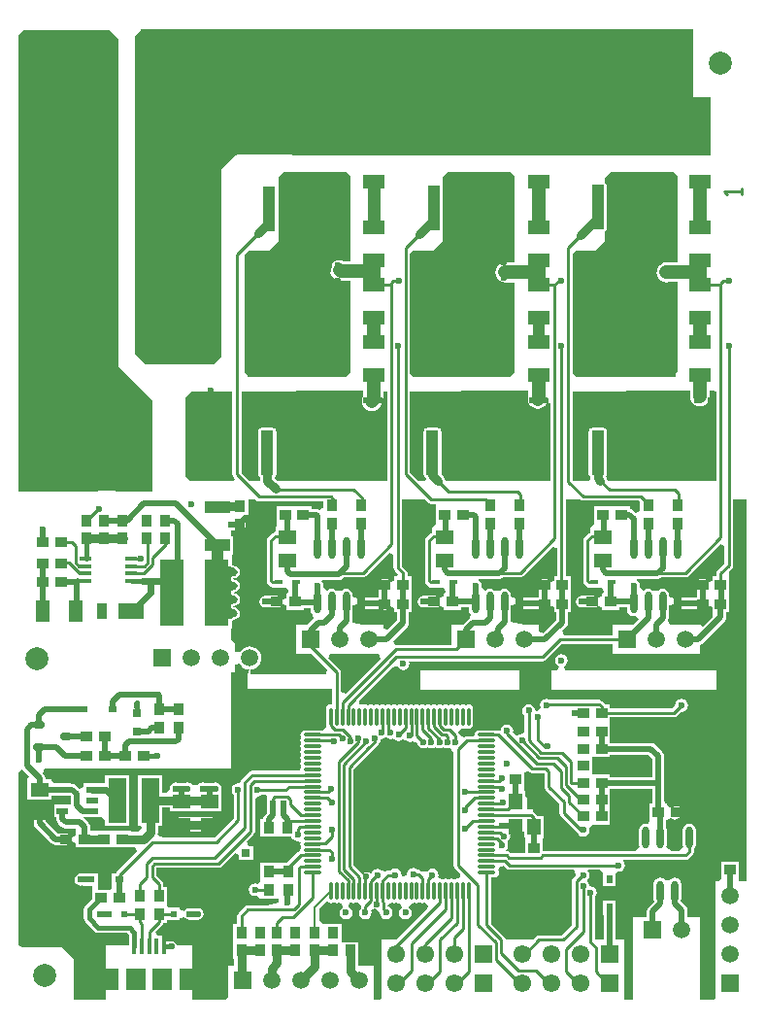
<source format=gtl>
%FSLAX44Y44*%
%MOMM*%
G71*
G01*
G75*
G04 Layer_Physical_Order=1*
G04 Layer_Color=255*
%ADD10R,1.0000X0.9500*%
%ADD11R,1.6002X1.2700*%
%ADD12R,2.2000X1.1000*%
%ADD13R,0.9500X1.0000*%
%ADD14R,0.6500X0.4000*%
%ADD15O,0.6000X1.9000*%
%ADD16R,2.2000X1.4000*%
%ADD17R,0.9000X1.4000*%
%ADD18R,1.0000X0.4000*%
%ADD19R,0.8000X0.8000*%
%ADD20R,0.4000X1.4000*%
%ADD21R,2.3000X1.9000*%
%ADD22R,1.8000X1.9000*%
%ADD23R,1.1500X1.4000*%
%ADD24R,0.6000X1.2000*%
%ADD25R,0.8000X0.6000*%
%ADD26R,0.6000X0.8000*%
%ADD27R,0.5000X0.6000*%
%ADD28R,1.6000X3.9000*%
%ADD29R,2.1000X5.8000*%
%ADD30R,1.0000X0.6000*%
G04:AMPARAMS|DCode=31|XSize=1.05mm|YSize=3.82mm|CornerRadius=0.0525mm|HoleSize=0mm|Usage=FLASHONLY|Rotation=180.000|XOffset=0mm|YOffset=0mm|HoleType=Round|Shape=RoundedRectangle|*
%AMROUNDEDRECTD31*
21,1,1.0500,3.7150,0,0,180.0*
21,1,0.9450,3.8200,0,0,180.0*
1,1,0.1050,-0.4725,1.8575*
1,1,0.1050,0.4725,1.8575*
1,1,0.1050,0.4725,-1.8575*
1,1,0.1050,-0.4725,-1.8575*
%
%ADD31ROUNDEDRECTD31*%
G04:AMPARAMS|DCode=32|XSize=7.48mm|YSize=8.55mm|CornerRadius=0.0374mm|HoleSize=0mm|Usage=FLASHONLY|Rotation=90.000|XOffset=0mm|YOffset=0mm|HoleType=Round|Shape=RoundedRectangle|*
%AMROUNDEDRECTD32*
21,1,7.4800,8.4752,0,0,90.0*
21,1,7.4052,8.5500,0,0,90.0*
1,1,0.0748,4.2376,3.7026*
1,1,0.0748,4.2376,-3.7026*
1,1,0.0748,-4.2376,-3.7026*
1,1,0.0748,-4.2376,3.7026*
%
%ADD32ROUNDEDRECTD32*%
G04:AMPARAMS|DCode=33|XSize=0.6mm|YSize=1mm|CornerRadius=0.15mm|HoleSize=0mm|Usage=FLASHONLY|Rotation=90.000|XOffset=0mm|YOffset=0mm|HoleType=Round|Shape=RoundedRectangle|*
%AMROUNDEDRECTD33*
21,1,0.6000,0.7000,0,0,90.0*
21,1,0.3000,1.0000,0,0,90.0*
1,1,0.3000,0.3500,0.1500*
1,1,0.3000,0.3500,-0.1500*
1,1,0.3000,-0.3500,-0.1500*
1,1,0.3000,-0.3500,0.1500*
%
%ADD33ROUNDEDRECTD33*%
%ADD34R,1.8500X1.3000*%
%ADD35R,1.3000X1.8500*%
%ADD36O,1.6500X0.3000*%
%ADD37O,0.3000X1.6500*%
%ADD38R,7.0000X7.0000*%
%ADD39C,0.2500*%
%ADD40C,0.5000*%
%ADD41C,0.8000*%
%ADD42C,0.3500*%
%ADD43C,1.2000*%
%ADD44C,0.2540*%
%ADD45C,0.2032*%
%ADD46C,0.4000*%
%ADD47C,0.6000*%
%ADD48C,1.0000*%
%ADD49C,0.7500*%
%ADD50C,0.7620*%
%ADD51C,1.1000*%
%ADD52C,1.0160*%
%ADD53R,1.5500X1.5500*%
%ADD54C,1.5500*%
%ADD55C,1.5000*%
%ADD56R,1.5000X1.5000*%
%ADD57C,0.7000*%
%ADD58R,0.7000X0.7000*%
%ADD59R,1.5000X1.5000*%
%ADD60C,2.0000*%
G04:AMPARAMS|DCode=61|XSize=1.55mm|YSize=1.55mm|CornerRadius=0.0465mm|HoleSize=0mm|Usage=FLASHONLY|Rotation=180.000|XOffset=0mm|YOffset=0mm|HoleType=Round|Shape=RoundedRectangle|*
%AMROUNDEDRECTD61*
21,1,1.5500,1.4570,0,0,180.0*
21,1,1.4570,1.5500,0,0,180.0*
1,1,0.0930,-0.7285,0.7285*
1,1,0.0930,0.7285,0.7285*
1,1,0.0930,0.7285,-0.7285*
1,1,0.0930,-0.7285,-0.7285*
%
%ADD61ROUNDEDRECTD61*%
%ADD62C,0.6000*%
%ADD63C,5.0000*%
G36*
X1008599Y822927D02*
X1010099Y821427D01*
X1011753Y820322D01*
X1012077Y820258D01*
X1013704Y819934D01*
X1029454D01*
X1031405Y820322D01*
X1031406Y820323D01*
X1031408Y820322D01*
X1033359Y819934D01*
X1035309Y820322D01*
X1036963Y821427D01*
X1037826Y822719D01*
X1041654Y821558D01*
Y816782D01*
X1043806D01*
Y810189D01*
X1032352Y798735D01*
X1028656Y800265D01*
Y805734D01*
X1028654Y805732D01*
X1016925D01*
X1003602Y808382D01*
Y816762D01*
X1003685Y816886D01*
X1004112Y819032D01*
Y822753D01*
X1007940Y823914D01*
X1008599Y822927D01*
D02*
G37*
G36*
X890324Y776638D02*
X859673Y745987D01*
X855977Y747518D01*
Y764200D01*
X855686Y765663D01*
X854858Y766903D01*
X845123Y776638D01*
X846653Y780334D01*
X888794D01*
X890324Y776638D01*
D02*
G37*
G36*
X897008Y706851D02*
X899154Y706424D01*
X901300Y706851D01*
X901667Y707097D01*
X902189Y706317D01*
X904008Y705101D01*
X906154Y704674D01*
X908300Y705101D01*
X910119Y706317D01*
D01*
X910119D01*
X910119D01*
X910119Y706317D01*
Y706317D01*
X910119D01*
X912189Y705567D01*
Y705567D01*
X914008Y704351D01*
X916154Y703924D01*
X918300Y704351D01*
X918756Y704656D01*
X922452Y703125D01*
X922698Y701886D01*
X923914Y700067D01*
X925733Y698851D01*
X927879Y698424D01*
X930025Y698851D01*
X931379Y699756D01*
X932733Y698851D01*
X934879Y698424D01*
X937025Y698851D01*
X938379Y699756D01*
X939733Y698851D01*
X941879Y698424D01*
X944025Y698851D01*
X945379Y699756D01*
X946733Y698851D01*
X948879Y698424D01*
X951025Y698851D01*
X954303Y693946D01*
Y596214D01*
X954303Y596214D01*
X954303D01*
X954594Y594750D01*
X955422Y593510D01*
X959652Y589280D01*
X960262Y586218D01*
X960262D01*
X957154Y584860D01*
D01*
X955593Y584550D01*
X954654Y583922D01*
X953715Y584550D01*
X952154Y584860D01*
X950593Y584550D01*
X949654Y583922D01*
X948715Y584550D01*
X947154Y584860D01*
X945593Y584550D01*
X944654Y583922D01*
X943715Y584550D01*
X942154Y584860D01*
D01*
X942154D01*
X942154D01*
Y584860D01*
Y584860D01*
X940835Y585886D01*
D01*
X940835Y585886D01*
X941262Y588032D01*
X940835Y590178D01*
X939619Y591997D01*
X937800Y593213D01*
X935654Y593640D01*
X933508Y593213D01*
X931689Y591997D01*
X931000Y590966D01*
X927997Y590671D01*
X926656Y590937D01*
X926358Y591236D01*
X925117Y592064D01*
X923654Y592355D01*
X923214D01*
X923119Y592497D01*
X921300Y593713D01*
X919154Y594140D01*
X917008Y593713D01*
X915189Y592497D01*
X913973Y590678D01*
X913546Y588532D01*
X913644Y588041D01*
X913209Y587389D01*
X910158Y587089D01*
X908695Y587695D01*
X908762Y588032D01*
X908335Y590178D01*
X907119Y591997D01*
X905300Y593213D01*
X903154Y593640D01*
X901008Y593213D01*
X899189Y591997D01*
X899094Y591855D01*
X897034D01*
X895571Y591564D01*
X894331Y590736D01*
Y590736D01*
X894331Y590736D01*
X891619Y591497D01*
X891619Y591497D01*
Y591497D01*
X889800Y592713D01*
X887654Y593140D01*
X885508Y592713D01*
X883689Y591497D01*
X882473Y589678D01*
X879617Y590064D01*
X879616Y590064D01*
X879616Y590064D01*
X878153Y590355D01*
X876690Y590064D01*
X875450Y589235D01*
X874942Y588727D01*
X874858Y588736D01*
X867102Y596491D01*
Y680323D01*
X882944Y696165D01*
X883147Y696300D01*
X887858Y701011D01*
X888686Y702252D01*
X888784Y702742D01*
X888807Y702858D01*
X889119Y703067D01*
X890335Y704886D01*
X890660Y706523D01*
X891154Y706424D01*
X893300Y706851D01*
X895119Y708067D01*
X895189D01*
X897008Y706851D01*
D02*
G37*
G36*
X870599Y822927D02*
X872099Y821427D01*
X873753Y820322D01*
X874077Y820258D01*
X875704Y819934D01*
X891287D01*
X892203Y819322D01*
X894154Y818934D01*
X896105Y819322D01*
X897759Y820427D01*
X898826Y822025D01*
X902654Y820864D01*
Y816782D01*
X905056D01*
Y810144D01*
X896353Y801440D01*
X892657Y802971D01*
Y805734D01*
X892656Y805732D01*
X875444D01*
X866582Y807495D01*
X865491Y808824D01*
X865602Y809382D01*
Y816762D01*
X865685Y816886D01*
X866112Y819032D01*
Y822753D01*
X869939Y823914D01*
X870599Y822927D01*
D02*
G37*
G36*
X931842Y912328D02*
X933082Y911500D01*
X934545Y911209D01*
X938654D01*
Y909282D01*
X938654D01*
Y894782D01*
X938654D01*
Y893870D01*
X935826Y891042D01*
X935653D01*
Y886749D01*
X935531Y886724D01*
X934290Y885895D01*
X930450Y882056D01*
X929622Y880815D01*
X929331Y879352D01*
Y844032D01*
X929331Y844032D01*
X929331D01*
X929622Y842569D01*
X930450Y841328D01*
X931450Y840328D01*
X932691Y839500D01*
X932904Y839457D01*
Y838532D01*
X944404D01*
Y838532D01*
X944404D01*
X944404Y838532D01*
X945090D01*
X946626Y836660D01*
X947451Y834916D01*
X946110Y833282D01*
X945654D01*
Y830697D01*
X941826Y829536D01*
X941759Y829637D01*
X940105Y830742D01*
X938154Y831130D01*
X927904D01*
X925953Y830742D01*
X924299Y829637D01*
X923194Y827983D01*
X922806Y826032D01*
X923194Y824081D01*
X924299Y822427D01*
X925953Y821322D01*
X927904Y820934D01*
X938154D01*
X940105Y821322D01*
X941759Y822427D01*
X941826Y822528D01*
X945654Y821367D01*
Y818782D01*
X960654D01*
Y820934D01*
X967496D01*
Y819032D01*
X967923Y816886D01*
X968892Y815436D01*
X968112Y811513D01*
X967549Y811137D01*
X962144Y805732D01*
X952454D01*
Y788399D01*
X903677D01*
X903677Y788399D01*
X903011Y788266D01*
X901126Y791794D01*
X913759Y804427D01*
X914864Y806081D01*
X914928Y806405D01*
X915252Y808032D01*
Y816782D01*
X917654D01*
Y831282D01*
D01*
Y831282D01*
X917654Y831282D01*
X917654Y833782D01*
X917654D01*
Y848282D01*
X913977D01*
Y851146D01*
X913686Y852610D01*
X912858Y853850D01*
X909477Y857230D01*
Y915032D01*
X929138D01*
X931842Y912328D01*
D02*
G37*
G36*
X760860Y856063D02*
X760950Y856016D01*
X761021Y855944D01*
X761298Y855830D01*
X761562Y855688D01*
X761663Y855678D01*
X761756Y855640D01*
X763504Y855292D01*
X764649Y854527D01*
X765414Y853382D01*
X765683Y852032D01*
X765414Y850682D01*
X764649Y849537D01*
X763504Y848772D01*
X761756Y848424D01*
X761756Y848424D01*
X761756D01*
X761452Y848298D01*
X761021Y848120D01*
X761021Y848120D01*
X761021Y848120D01*
X760796Y847895D01*
X760459Y847557D01*
X760154Y846822D01*
Y846822D01*
D01*
X760076Y846430D01*
X760076Y846430D01*
Y846430D01*
X760076Y846430D01*
Y846032D01*
Y845634D01*
X760076Y845634D01*
Y845634D01*
X760076Y845634D01*
X760154Y845242D01*
X760154Y845242D01*
Y845242D01*
X760254Y845001D01*
X760458Y844507D01*
X760459Y844507D01*
X760459Y844507D01*
X760740Y844226D01*
X761021Y843944D01*
X761021Y843944D01*
X761021Y843944D01*
X761350Y843808D01*
X761756Y843640D01*
X761756D01*
X763504Y843292D01*
X764649Y842527D01*
X765414Y841382D01*
X765683Y840032D01*
X765414Y838682D01*
X764649Y837537D01*
X763504Y836772D01*
X761756Y836424D01*
X761756Y836424D01*
X761756D01*
X761452Y836298D01*
X761021Y836120D01*
X761021Y836120D01*
X761021Y836120D01*
X760796Y835895D01*
X760459Y835557D01*
X760154Y834822D01*
Y834822D01*
D01*
X760076Y834430D01*
X760076Y834430D01*
Y834430D01*
X760076Y834430D01*
Y834032D01*
Y833634D01*
X760076Y833634D01*
Y833634D01*
X760076Y833634D01*
X760154Y833242D01*
X760154Y833242D01*
Y833242D01*
X760254Y833001D01*
X760458Y832507D01*
X760459Y832507D01*
X760459Y832507D01*
X760740Y832226D01*
X761021Y831944D01*
X761021Y831944D01*
X761021Y831944D01*
X761350Y831808D01*
X761756Y831640D01*
X761756D01*
X763504Y831292D01*
X764649Y830527D01*
X765414Y829382D01*
X765683Y828032D01*
X765414Y826682D01*
X764649Y825537D01*
X763504Y824772D01*
X761756Y824424D01*
X761756Y824424D01*
X761756D01*
X761452Y824298D01*
X761021Y824120D01*
X761021Y824120D01*
X761021Y824120D01*
X760796Y823895D01*
X760459Y823557D01*
X760154Y822822D01*
Y822822D01*
D01*
X760076Y822430D01*
X760076Y822430D01*
Y822430D01*
X760076Y822430D01*
Y822032D01*
Y821634D01*
X760076Y821634D01*
Y821634D01*
X760076Y821634D01*
X760154Y821242D01*
X760154Y821242D01*
Y821242D01*
X760254Y821001D01*
X760458Y820507D01*
X760459Y820507D01*
X760459Y820507D01*
X760740Y820226D01*
X761021Y819944D01*
X761021Y819944D01*
X761021Y819944D01*
X761350Y819808D01*
X761756Y819640D01*
X761756D01*
X763504Y819292D01*
X764649Y818527D01*
X765414Y817382D01*
X765683Y816032D01*
X765414Y814682D01*
X764649Y813537D01*
X763504Y812772D01*
X761756Y812424D01*
X761663Y812385D01*
X761562Y812376D01*
X761298Y812234D01*
X761021Y812120D01*
X760949Y812048D01*
X760860Y812001D01*
X759680Y811032D01*
X755184D01*
X754154Y812062D01*
Y813015D01*
Y831031D01*
X754705Y831750D01*
X755461Y833574D01*
X755719Y835532D01*
Y856882D01*
X759863D01*
X760860Y856063D01*
D02*
G37*
G36*
X1146599Y822927D02*
X1148099Y821427D01*
X1149753Y820322D01*
X1150077Y820258D01*
X1151704Y819934D01*
X1167454D01*
X1169405Y820322D01*
X1169406Y820323D01*
X1169408Y820322D01*
X1171358Y819934D01*
X1173309Y820322D01*
X1174963Y821427D01*
X1175826Y822719D01*
X1179654Y821558D01*
Y816782D01*
X1179654D01*
X1179654Y812942D01*
X1171336Y804624D01*
X1168656Y805734D01*
Y805734D01*
X1168654Y805732D01*
X1142785D01*
X1140899Y809260D01*
X1141214Y809731D01*
X1141278Y810054D01*
X1141602Y811682D01*
Y816762D01*
X1141685Y816886D01*
X1142112Y819032D01*
Y822753D01*
X1145939Y823914D01*
X1146599Y822927D01*
D02*
G37*
G36*
X1127646Y689239D02*
Y673130D01*
X1090654D01*
Y675282D01*
X1075654D01*
Y675282D01*
X1075154D01*
X1074654Y675782D01*
Y675782D01*
D01*
Y687953D01*
X1074654Y687953D01*
D01*
X1074654Y690282D01*
X1074654Y690467D01*
X1074654Y690532D01*
X1074904Y690782D01*
X1075654D01*
X1077482Y690782D01*
Y690782D01*
X1077483Y690782D01*
X1090654D01*
Y692934D01*
X1123951D01*
X1127646Y689239D01*
D02*
G37*
G36*
X791138Y657320D02*
X791154Y657301D01*
Y655032D01*
X791154D01*
Y641742D01*
X789549Y640137D01*
X788444Y638483D01*
X788056Y636532D01*
Y636532D01*
X785904D01*
Y621532D01*
X800404D01*
Y621532D01*
X800404D01*
X800404Y621532D01*
X801904D01*
Y621532D01*
X812845D01*
X812973Y620886D01*
X814189Y619067D01*
X816008Y617851D01*
X818154Y617424D01*
X818154Y617424D01*
X818154Y617424D01*
X820636Y616593D01*
X820326Y615032D01*
X820636Y613471D01*
X821264Y612532D01*
X820636Y611593D01*
X820326Y610032D01*
X820559Y608857D01*
X819183Y608583D01*
X818769Y608307D01*
X817936Y607750D01*
X817936Y607750D01*
X808718Y598532D01*
X802904D01*
D01*
D01*
X802904Y598532D01*
X800404Y598532D01*
Y598532D01*
X785904D01*
Y585360D01*
X785904Y585360D01*
X785904Y585360D01*
X785904Y583532D01*
Y582848D01*
X782812Y580310D01*
X781154Y580640D01*
X779008Y580213D01*
X777189Y578997D01*
X775973Y577178D01*
X775546Y575032D01*
X775973Y572886D01*
X777189Y571067D01*
X779008Y569851D01*
X781154Y569424D01*
X783300Y569851D01*
D01*
Y569851D01*
X783300D01*
D01*
X785904Y567532D01*
Y567532D01*
X800404D01*
Y567532D01*
X801510D01*
X801531Y567510D01*
X801921Y563551D01*
X791385Y561455D01*
X774842D01*
X773379Y561164D01*
X772138Y560336D01*
X766450Y554648D01*
X765622Y553407D01*
X765331Y551944D01*
Y545532D01*
X761904D01*
Y532360D01*
X761904Y532360D01*
X761904Y532360D01*
X761904Y530532D01*
Y529532D01*
Y529532D01*
D01*
D01*
X761904D01*
D01*
Y514532D01*
X762598D01*
Y508732D01*
X757454D01*
X757456Y508730D01*
Y483333D01*
X757456D01*
Y482175D01*
X754628Y479347D01*
X726154D01*
Y526532D01*
X713043D01*
X712893Y527288D01*
X711898Y528776D01*
X710410Y529771D01*
X708654Y530120D01*
X701654D01*
D01*
D01*
D01*
X701654Y530120D01*
X701654Y530120D01*
D01*
D01*
X699654Y529902D01*
Y535032D01*
X695820D01*
X694290Y538727D01*
X699858Y544295D01*
X700686Y545536D01*
X700885Y546532D01*
X704404D01*
Y548532D01*
X705554D01*
Y548532D01*
X715554D01*
Y550415D01*
X719382Y551576D01*
X720149Y550427D01*
X721803Y549322D01*
X723754Y548934D01*
X731154D01*
X733105Y549322D01*
X734759Y550427D01*
X735864Y552081D01*
X736252Y554032D01*
X735864Y555983D01*
X734759Y557637D01*
X733105Y558742D01*
X731154Y559130D01*
X723754D01*
X721803Y558742D01*
X720149Y557637D01*
X719382Y556488D01*
X715554Y557649D01*
Y559532D01*
X705554D01*
D01*
X705554D01*
X704404Y560682D01*
X704404Y561532D01*
D01*
Y562532D01*
X704404D01*
Y577532D01*
X700977D01*
Y579999D01*
X700686Y581462D01*
X699858Y582702D01*
X694997Y587563D01*
Y593948D01*
X695164Y594115D01*
X749060D01*
X750523Y594406D01*
X751764Y595234D01*
X763458Y606929D01*
X767154Y605399D01*
Y601382D01*
X779154D01*
Y613382D01*
X775137D01*
X773607Y617077D01*
X779858Y623328D01*
X780686Y624569D01*
X780977Y626032D01*
Y627081D01*
X781017Y627282D01*
Y654671D01*
X783154Y656424D01*
X785300Y656851D01*
X787119Y658067D01*
X787214Y658209D01*
X789809D01*
X791138Y657320D01*
D02*
G37*
G36*
X1000118Y593578D02*
X1001359Y592750D01*
X1002822Y592459D01*
X1058560D01*
X1060083Y591441D01*
X1060475Y587460D01*
X1058450Y585436D01*
X1057622Y584195D01*
X1057331Y582732D01*
Y544116D01*
X1048470Y535255D01*
X1028754D01*
X1027291Y534964D01*
X1026050Y534136D01*
X1023347Y531432D01*
X1001354D01*
Y531432D01*
X999577D01*
X999377Y531632D01*
X999086Y533095D01*
X998258Y534336D01*
X986977Y545616D01*
Y585954D01*
X989904D01*
X991465Y586264D01*
X992788Y587148D01*
X993672Y588471D01*
X993982Y590032D01*
X993672Y591593D01*
X993044Y592532D01*
X993672Y593471D01*
X993932Y594776D01*
X997759Y595937D01*
X1000118Y593578D01*
D02*
G37*
G36*
X844270Y564398D02*
X845593Y563514D01*
X847154Y563204D01*
X848715Y563514D01*
X849654Y564142D01*
X850593Y563514D01*
X852154Y563204D01*
X853715Y563514D01*
D01*
X856332Y563367D01*
X857112Y559444D01*
X856444Y558997D01*
X855228Y557178D01*
X854801Y555032D01*
X855228Y552886D01*
X856444Y551067D01*
X858263Y549851D01*
X860409Y549424D01*
X862555Y549851D01*
X864374Y551067D01*
X865590Y552886D01*
X866017Y555032D01*
X865590Y557178D01*
X864374Y558997D01*
X862555Y560213D01*
D01*
D01*
X863715Y563514D01*
X863715Y563514D01*
X865593Y563514D01*
D01*
X867154Y563204D01*
X868715Y563514D01*
X869654Y564142D01*
X870593Y563514D01*
X872154Y563204D01*
D01*
X873331Y560652D01*
Y560019D01*
X873189Y558997D01*
X871973Y557178D01*
X871546Y555032D01*
X871973Y552886D01*
X873189Y551067D01*
X875008Y549851D01*
X877154Y549424D01*
X879300Y549851D01*
X881119Y551067D01*
X882335Y552886D01*
X882762Y555032D01*
X882335Y557178D01*
X885589Y558460D01*
X889100Y556543D01*
X889150Y556296D01*
X889846Y555254D01*
X889801Y555032D01*
X890228Y552886D01*
X891444Y551067D01*
X893263Y549851D01*
X895409Y549424D01*
X897555Y549851D01*
X899374Y551067D01*
X900590Y552886D01*
X901017Y555032D01*
X900590Y557178D01*
X899374Y558997D01*
X897555Y560213D01*
D01*
X896788Y561362D01*
X896964Y562248D01*
X900593Y563514D01*
X902154Y563204D01*
X903715Y563514D01*
X904011Y563712D01*
X907838Y562551D01*
X909067Y559584D01*
X908189Y558997D01*
X906973Y557178D01*
X906546Y555032D01*
X906973Y552886D01*
X908189Y551067D01*
X910008Y549851D01*
X912154Y549424D01*
X914300Y549851D01*
X916119Y551067D01*
X917335Y552886D01*
X917762Y555032D01*
X917335Y557178D01*
X916119Y558997D01*
X915241Y559584D01*
X916470Y562551D01*
X920297Y563712D01*
X920593Y563514D01*
X922154Y563204D01*
X923715Y563514D01*
X924654Y564142D01*
X925593Y563514D01*
X927154Y563204D01*
X928715Y563514D01*
D01*
X930632Y563429D01*
X932079Y560288D01*
X930219Y557504D01*
X904147Y531432D01*
X891354D01*
Y480632D01*
D01*
Y480632D01*
X890068Y479347D01*
X884456D01*
Y483333D01*
X884456D01*
X884454Y483335D01*
Y508732D01*
X870710D01*
Y514532D01*
X871404D01*
Y529532D01*
X856904D01*
X856904Y529532D01*
D01*
X856404Y530532D01*
D01*
X856404Y532360D01*
X856404D01*
X856404Y532360D01*
Y545532D01*
X843232D01*
X843232Y545532D01*
X843232Y545532D01*
X841904Y545532D01*
X841154D01*
X840404D01*
X839567D01*
X836739Y548360D01*
Y558547D01*
X842741Y564549D01*
X844270Y564398D01*
D02*
G37*
G36*
X583907Y674069D02*
X582653Y671042D01*
X582653D01*
X582653Y671042D01*
Y653342D01*
X603655D01*
Y657032D01*
X605654D01*
Y657032D01*
X619694D01*
X620056Y656670D01*
Y649032D01*
X605654D01*
Y638032D01*
X608056D01*
Y636412D01*
X608444Y634461D01*
X609549Y632807D01*
X612179Y630177D01*
X613833Y629072D01*
X615784Y628684D01*
X624654D01*
Y626282D01*
X624654D01*
Y622200D01*
X620826Y621039D01*
X619759Y622637D01*
X618105Y623742D01*
X616154Y624130D01*
X609266D01*
X598252Y635144D01*
Y641872D01*
X597864Y643823D01*
X596759Y645477D01*
X595105Y646582D01*
X593154Y646970D01*
X591203Y646582D01*
X589549Y645477D01*
X588444Y643823D01*
X588056Y641872D01*
Y633032D01*
X588444Y631081D01*
X589549Y629427D01*
X603549Y615427D01*
X605203Y614322D01*
X607154Y613934D01*
X616154D01*
X618105Y614322D01*
X619759Y615427D01*
X620826Y617025D01*
X624654Y615864D01*
Y611782D01*
X639654D01*
Y611782D01*
X639654D01*
X639654Y611782D01*
X641654D01*
Y611782D01*
X656654D01*
Y611782D01*
X656654D01*
X656654Y611782D01*
X657654D01*
Y611782D01*
X672654D01*
Y612476D01*
X676654D01*
X678184Y608780D01*
X659950Y590546D01*
X659292Y589561D01*
X659273Y589532D01*
X656154D01*
Y578532D01*
X656154D01*
Y576232D01*
X655154Y575232D01*
X655154D01*
D01*
X654154D01*
Y575232D01*
X646776D01*
X646654Y575256D01*
X646654D01*
X644154Y575232D01*
Y578532D01*
X644154D01*
Y589532D01*
X631154D01*
Y589532D01*
X630869Y589299D01*
X629154Y589640D01*
X627008Y589213D01*
X625189Y587997D01*
X623973Y586178D01*
X623546Y584032D01*
X623973Y581886D01*
X625189Y580067D01*
X627008Y578851D01*
X629154Y578424D01*
X630869Y578765D01*
X631154Y578532D01*
Y578532D01*
X639154D01*
Y575232D01*
X639154D01*
Y567521D01*
X632910Y561276D01*
X631915Y559788D01*
X631566Y558032D01*
Y550282D01*
X631915Y548526D01*
X632910Y547038D01*
X641160Y538788D01*
X642648Y537793D01*
X644404Y537444D01*
X669753D01*
X671066Y536132D01*
Y526532D01*
X651154D01*
Y479347D01*
X622521D01*
Y482290D01*
X622521Y514464D01*
X611831Y525154D01*
X583865D01*
X577817Y525260D01*
X577817Y525260D01*
X577817Y525260D01*
X574468Y526647D01*
Y677183D01*
X578260Y679717D01*
X583907Y674069D01*
D02*
G37*
G36*
X767619Y771989D02*
X769222Y769900D01*
X771311Y768297D01*
X773744Y767289D01*
X775764Y767023D01*
X775597Y764475D01*
X774154Y763032D01*
X774154D01*
Y750032D01*
X848331D01*
Y737826D01*
X847154Y736860D01*
X845593Y736550D01*
X844270Y735666D01*
X843386Y734343D01*
X843076Y732782D01*
Y719282D01*
X843310Y718103D01*
Y717850D01*
X843310Y717850D01*
X843436Y717218D01*
X841709Y715114D01*
X840230Y714126D01*
X831404D01*
X831326Y714110D01*
X824404D01*
X822843Y713800D01*
X821520Y712916D01*
X820636Y711593D01*
X820326Y710032D01*
X820636Y708471D01*
X821264Y707532D01*
X820636Y706593D01*
X820326Y705032D01*
X820636Y703471D01*
X821264Y702532D01*
X820636Y701593D01*
X820326Y700032D01*
X820636Y698471D01*
X821264Y697532D01*
X820636Y696593D01*
X820326Y695032D01*
X820636Y693471D01*
X821264Y692532D01*
X820636Y691593D01*
X820326Y690032D01*
X820636Y688471D01*
X821264Y687532D01*
X820636Y686593D01*
X820326Y685032D01*
X820636Y683471D01*
X821264Y682532D01*
X820636Y681593D01*
X820326Y680032D01*
X819393Y678895D01*
X778444D01*
X776981Y678604D01*
X775741Y677776D01*
X775701Y677736D01*
X775700Y677736D01*
X769450Y671486D01*
X768622Y670245D01*
X768331Y668782D01*
X768331D01*
Y668782D01*
X766154Y667640D01*
X766154Y667640D01*
Y667640D01*
X764008Y667213D01*
X762189Y665997D01*
X760973Y664178D01*
X760546Y662032D01*
X760973Y659886D01*
X762189Y658067D01*
X762232Y658038D01*
Y637267D01*
X745570Y620605D01*
X701974D01*
X696822Y622739D01*
X696056Y623613D01*
X696210Y624782D01*
Y631032D01*
X700154D01*
Y646476D01*
X706653D01*
Y643342D01*
X727655D01*
Y643342D01*
X727655D01*
X727655Y643342D01*
X730653D01*
Y643342D01*
X751655D01*
Y661042D01*
X751655D01*
X751422Y661326D01*
X751762Y663032D01*
X751335Y665178D01*
X750119Y666997D01*
X748300Y668213D01*
X746154Y668640D01*
X744008Y668213D01*
X743884Y668130D01*
X737424D01*
X737300Y668213D01*
X735154Y668640D01*
X733008Y668213D01*
X731189Y666997D01*
X730654Y666197D01*
X726654D01*
X726119Y666997D01*
X724300Y668213D01*
X722154Y668640D01*
X720008Y668213D01*
X719884Y668130D01*
X714424D01*
X714300Y668213D01*
X712154Y668640D01*
X710008Y668213D01*
X708189Y666997D01*
X706973Y665178D01*
X706546Y663032D01*
X706616Y662680D01*
X704079Y659588D01*
X700154D01*
Y675032D01*
X679154D01*
Y631032D01*
X681406D01*
X682283Y628914D01*
X680061Y625588D01*
X672654D01*
Y626282D01*
X657654D01*
D01*
D01*
X657654Y626282D01*
X656654D01*
Y626282D01*
X641654D01*
D01*
D01*
X641654Y626282D01*
X639654D01*
D01*
X637252Y626282D01*
Y630032D01*
X636928Y631659D01*
X636864Y631983D01*
X635759Y633637D01*
X632009Y637387D01*
X631748Y637561D01*
X631654Y638032D01*
X631654Y638032D01*
X646654D01*
Y638032D01*
X647326D01*
X650154Y635204D01*
Y631032D01*
X671154D01*
Y675032D01*
X650154D01*
Y668140D01*
X639154D01*
X638612Y668032D01*
X631654D01*
Y664718D01*
X627958Y663187D01*
X625009Y666137D01*
X623355Y667242D01*
X621404Y667630D01*
X620654D01*
Y668032D01*
X605654D01*
D01*
X605654D01*
X603655Y670031D01*
Y671042D01*
X598252D01*
Y672032D01*
X597864Y673983D01*
X596759Y675637D01*
X595702Y676694D01*
X597233Y680389D01*
X760461D01*
Y764334D01*
X763656D01*
Y771305D01*
X767579Y772085D01*
X767619Y771989D01*
D02*
G37*
G36*
X1019820Y678050D02*
X1021060Y677222D01*
X1022523Y676931D01*
X1032848D01*
X1033331Y676448D01*
Y665032D01*
X1033622Y663569D01*
X1034450Y662328D01*
X1046553Y650226D01*
Y641778D01*
X1046844Y640315D01*
X1047672Y639074D01*
X1062200Y624547D01*
X1063189Y623067D01*
X1065008Y621851D01*
X1067154Y621424D01*
X1069300Y621851D01*
X1071119Y623067D01*
X1072335Y624886D01*
X1072762Y627032D01*
X1072335Y629178D01*
X1074654Y631782D01*
X1074654Y631782D01*
X1075654D01*
Y631782D01*
X1090654D01*
Y646282D01*
D01*
Y646282D01*
X1090654Y646282D01*
Y646782D01*
X1090654D01*
Y660782D01*
Y662934D01*
X1127646D01*
Y653414D01*
X1127563Y653290D01*
X1127136Y651144D01*
X1126429Y650282D01*
X1125244D01*
Y635782D01*
X1125244Y635782D01*
X1125244Y635782D01*
X1123840Y632213D01*
X1121694Y632640D01*
X1119548Y632213D01*
X1117729Y630997D01*
X1116513Y629178D01*
X1116086Y627032D01*
Y614032D01*
X1116501Y611948D01*
X1116374Y611793D01*
X1111977Y608855D01*
X1032182D01*
X1031654Y609289D01*
Y618282D01*
X1031654D01*
Y619782D01*
X1032404Y620532D01*
X1032404D01*
Y639532D01*
X1027461D01*
X1026858Y640436D01*
X1024529Y642764D01*
X1023289Y643592D01*
X1023923Y646780D01*
X1024154Y646934D01*
D01*
X1026105Y647322D01*
X1027759Y648427D01*
X1027759D01*
X1028864Y650081D01*
X1029252Y652032D01*
X1028864Y653983D01*
X1027759Y655637D01*
X1026105Y656742D01*
X1024154Y657130D01*
X1022203Y656742D01*
X1020549Y655637D01*
X1020549Y655637D01*
X1018665Y655637D01*
X1016404Y656323D01*
Y661532D01*
X1015654D01*
Y663782D01*
X1015654D01*
Y676990D01*
X1019350Y678521D01*
X1019820Y678050D01*
D02*
G37*
G36*
X1015904Y625741D02*
Y620532D01*
X1016654D01*
Y618282D01*
X1016654D01*
Y607077D01*
X1003484D01*
X1002838Y607723D01*
X1002830Y607736D01*
X1001589Y608564D01*
X1000126Y608855D01*
X999945Y609452D01*
X1000118Y609567D01*
X1001334Y611387D01*
X1001761Y613533D01*
X1001334Y615679D01*
X1001757Y617808D01*
X1001939Y617929D01*
X1003155Y619748D01*
X1003582Y621894D01*
X1003466Y622476D01*
X1006294Y625304D01*
X1008154Y624934D01*
X1010105Y625322D01*
X1011759Y626427D01*
X1012076Y626902D01*
X1015904Y625741D01*
D02*
G37*
G36*
X1019581Y1009045D02*
Y1005337D01*
X1019454Y1005032D01*
X1019421Y1004951D01*
X1019128Y1002732D01*
X1019421Y1000513D01*
X1020277Y998445D01*
X1021639Y996670D01*
X1023415Y995307D01*
X1025483Y994451D01*
X1027702Y994159D01*
X1029921Y994451D01*
X1031989Y995307D01*
X1033764Y996670D01*
X1034216Y997122D01*
X1035579Y998897D01*
X1035830Y999503D01*
X1035879Y999622D01*
D01*
X1038331Y999134D01*
D01*
Y931132D01*
X947185D01*
X946719Y933471D01*
X945338Y935538D01*
X943539Y937337D01*
X943563Y937457D01*
Y974607D01*
X943328Y975787D01*
X942660Y976788D01*
X941659Y977457D01*
X940479Y977691D01*
X931029D01*
X929849Y977457D01*
X928848Y976788D01*
X928179Y975787D01*
X927945Y974607D01*
Y937457D01*
X928179Y936277D01*
X928848Y935276D01*
X929655Y934737D01*
X929867Y933671D01*
X930090Y933337D01*
X928912Y931132D01*
X923852D01*
X915977Y939007D01*
Y1009045D01*
X959781D01*
X960559Y1009812D01*
X1019581D01*
Y1009045D01*
D02*
G37*
G36*
X1182487D02*
X1183331D01*
Y931132D01*
X1089001D01*
X1088527Y931710D01*
X1088041Y934149D01*
X1086974Y935746D01*
X1087328Y936277D01*
X1087563Y937457D01*
Y974607D01*
X1087328Y975787D01*
X1086660Y976788D01*
X1085659Y977457D01*
X1084479Y977691D01*
X1075029D01*
X1073849Y977457D01*
X1072848Y976788D01*
X1072179Y975787D01*
X1071945Y974607D01*
Y937457D01*
X1072179Y936277D01*
X1072848Y935276D01*
X1072952Y935207D01*
X1073318Y932734D01*
X1072003Y931132D01*
X1059355D01*
X1057977Y932510D01*
Y1009045D01*
X1103921D01*
X1104611Y1009716D01*
X1160581D01*
Y1005032D01*
X1160873Y1002813D01*
X1161729Y1000745D01*
X1163092Y998970D01*
X1164867Y997607D01*
X1166935Y996751D01*
X1169154Y996459D01*
X1171373Y996751D01*
X1173441Y997607D01*
X1175216Y998970D01*
X1176579Y1000745D01*
X1177435Y1002813D01*
X1177727Y1005032D01*
Y1009716D01*
X1181798D01*
X1182487Y1009045D01*
D02*
G37*
G36*
X730873D02*
X761331D01*
Y936895D01*
X761622Y935432D01*
X762450Y934191D01*
X763200Y933442D01*
X762243Y931132D01*
X741409D01*
X741354Y931077D01*
X724909D01*
X720154Y935832D01*
Y1000141D01*
Y1003932D01*
X724854Y1008632D01*
X725267Y1009045D01*
X730873D01*
X730873Y1009045D01*
D02*
G37*
G36*
X875581Y1005577D02*
X875229Y1005119D01*
X874373Y1003051D01*
X874081Y1000832D01*
X874373Y998613D01*
X875229Y996545D01*
X876592Y994770D01*
X878367Y993407D01*
X880435Y992551D01*
X882654Y992259D01*
X884873Y992551D01*
X886941Y993407D01*
X888716Y994770D01*
X890216Y996270D01*
D01*
X891579Y998045D01*
X892435Y1000113D01*
X892727Y1002332D01*
Y1006589D01*
Y1009045D01*
X895991D01*
Y931132D01*
X800872D01*
X798126Y933878D01*
Y934920D01*
X798660Y935276D01*
X799329Y936277D01*
X799563Y937457D01*
Y974607D01*
X799329Y975787D01*
X798660Y976788D01*
X797659Y977457D01*
X796479Y977691D01*
X787029D01*
X785849Y977457D01*
X784848Y976788D01*
X784180Y975787D01*
X783945Y974607D01*
Y937457D01*
X784180Y936277D01*
X784848Y935276D01*
X785381Y934920D01*
Y931238D01*
X785294Y931132D01*
X776324D01*
X768977Y938478D01*
Y1009045D01*
X815878D01*
X816559Y1009716D01*
X875581D01*
Y1005577D01*
D02*
G37*
G36*
X864154Y1197089D02*
Y1122605D01*
X858482D01*
X856773Y1123313D01*
X854554Y1123605D01*
X852335Y1123313D01*
X850267Y1122457D01*
X848492Y1121094D01*
X847129Y1119319D01*
X846273Y1117251D01*
X845981Y1115032D01*
X846273Y1112813D01*
X847129Y1110745D01*
X848492Y1108970D01*
X849492Y1107970D01*
X851267Y1106607D01*
X853335Y1105751D01*
X855554Y1105459D01*
X864154D01*
Y1025713D01*
X864031Y1025592D01*
X860031Y1021650D01*
X776154D01*
X772197Y1025549D01*
Y1025635D01*
Y1128310D01*
X776154Y1132209D01*
X793169D01*
X801305Y1140228D01*
Y1186635D01*
Y1191274D01*
Y1194034D01*
Y1194358D01*
Y1194428D01*
Y1194527D01*
Y1195760D01*
X802654Y1197089D01*
X806654Y1201032D01*
X860154D01*
X864154Y1197089D01*
D02*
G37*
G36*
X1163154Y1266032D02*
X1178154D01*
Y1215532D01*
X1177960Y1215344D01*
X1094659D01*
X1094659Y1215344D01*
X813548D01*
X813457Y1215432D01*
X764894D01*
X764803Y1215344D01*
X764686D01*
X751995Y1203032D01*
Y1041032D01*
X751995Y1041032D01*
X751995Y1041032D01*
X751995Y1039910D01*
X744905Y1033032D01*
X685356D01*
X676154Y1041958D01*
Y1043032D01*
Y1319287D01*
X676170Y1319302D01*
X681489Y1324462D01*
Y1324718D01*
X1163154D01*
Y1266032D01*
D02*
G37*
G36*
X1007154Y1197089D02*
Y1121605D01*
X999154D01*
X996935Y1121313D01*
X994867Y1120457D01*
X993092Y1119094D01*
X991729Y1117319D01*
X990873Y1115251D01*
X990581Y1113032D01*
X990873Y1110813D01*
X991729Y1108745D01*
X993092Y1106970D01*
X994867Y1105607D01*
X996935Y1104751D01*
X999154Y1104459D01*
X1007154D01*
Y1025713D01*
X1007031Y1025592D01*
X1003031Y1021650D01*
X919154D01*
X915977Y1024781D01*
Y1129078D01*
X919154Y1132209D01*
X936169D01*
X944305Y1140228D01*
Y1149241D01*
X944329Y1149277D01*
X944563Y1150457D01*
Y1187607D01*
X944329Y1188787D01*
X944305Y1188823D01*
Y1191274D01*
Y1194034D01*
Y1194358D01*
Y1194428D01*
Y1194527D01*
Y1195760D01*
X945654Y1197089D01*
X949654Y1201032D01*
X1003154D01*
X1007154Y1197089D01*
D02*
G37*
G36*
X1149154Y1197098D02*
Y1122155D01*
X1140203D01*
X1137984Y1121862D01*
X1135917Y1121006D01*
X1134141Y1119643D01*
X1133592Y1119094D01*
X1132229Y1117319D01*
X1131373Y1115251D01*
X1131081Y1113032D01*
X1131373Y1110813D01*
X1132229Y1108745D01*
X1133592Y1106970D01*
X1135367Y1105607D01*
X1137435Y1104751D01*
X1139654Y1104459D01*
X1141873Y1104751D01*
X1142494Y1105008D01*
X1149154D01*
Y1026087D01*
X1149031Y1025966D01*
X1145031Y1022032D01*
X1061154D01*
X1057977Y1025156D01*
Y1129232D01*
X1061154Y1132356D01*
X1078169D01*
X1086305Y1140358D01*
Y1149039D01*
X1086660Y1149276D01*
X1087328Y1150277D01*
X1087563Y1151457D01*
Y1188607D01*
X1087328Y1189787D01*
X1086660Y1190788D01*
X1086305Y1191025D01*
Y1191295D01*
Y1194049D01*
Y1194372D01*
Y1194442D01*
Y1194541D01*
Y1195771D01*
X1087654Y1197098D01*
X1091654Y1201032D01*
X1145154D01*
X1149154Y1197098D01*
D02*
G37*
G36*
X654203Y1324032D02*
X661545Y1316778D01*
X661554Y1316769D01*
Y1031304D01*
Y1031205D01*
X691754Y1001369D01*
Y1000963D01*
X691754Y1000963D01*
X691754Y1000963D01*
Y922432D01*
X660260D01*
X659692Y923000D01*
X644248D01*
X643806Y922432D01*
X574468D01*
Y1320022D01*
X578527Y1324032D01*
X654203D01*
Y1324032D01*
D02*
G37*
G36*
X901831Y867400D02*
Y855646D01*
X902122Y854183D01*
X902950Y852943D01*
X906330Y849563D01*
Y849563D01*
X902654Y848282D01*
X902654D01*
Y844200D01*
X898826Y843039D01*
X897759Y844637D01*
X897759D01*
X896105Y845742D01*
X894154Y846130D01*
X892203Y845742D01*
X890549Y844637D01*
X889444Y842983D01*
X889056Y841032D01*
X889056Y841032D01*
Y830130D01*
X877816D01*
X877809Y830137D01*
X876155Y831242D01*
X874204Y831630D01*
X872253Y831242D01*
X870599Y830137D01*
X869939Y829149D01*
X866112Y830311D01*
Y832032D01*
X865685Y834178D01*
X864469Y835997D01*
X862650Y837213D01*
X860504Y837640D01*
X858358Y837213D01*
X856539Y835997D01*
X856154Y835421D01*
X852154D01*
X851769Y835997D01*
X849950Y837213D01*
X847804Y837640D01*
X845658Y837213D01*
X843839Y835997D01*
X843839Y835997D01*
Y835997D01*
X843572Y835873D01*
X840426Y838343D01*
X840762Y840032D01*
X840335Y842178D01*
X839119Y843997D01*
X839404Y844934D01*
X853654D01*
X855605Y845322D01*
X857259Y846427D01*
X857259Y846427D01*
X857259Y846427D01*
X858040Y847209D01*
X874830D01*
X876293Y847500D01*
X877533Y848328D01*
X898135Y868930D01*
X901831Y867400D01*
D02*
G37*
G36*
X1044331Y872575D02*
Y848282D01*
X1041654D01*
Y844492D01*
X1037826Y843331D01*
X1036963Y844622D01*
X1035309Y845727D01*
X1033359Y846115D01*
X1031408Y845727D01*
X1029754Y844622D01*
X1028649Y842968D01*
X1028260Y841018D01*
Y830130D01*
X1015816D01*
X1015809Y830137D01*
X1014155Y831242D01*
X1012204Y831630D01*
X1010253Y831242D01*
X1008599Y830137D01*
X1007940Y829149D01*
X1004112Y830311D01*
Y832032D01*
X1003685Y834178D01*
X1002469Y835997D01*
X1000650Y837213D01*
X998504Y837640D01*
X996358Y837213D01*
X994539Y835997D01*
X994154Y835421D01*
X990154D01*
X989769Y835997D01*
X987950Y837213D01*
X985804Y837640D01*
X983658Y837213D01*
X981839Y835997D01*
X981839Y835997D01*
Y835997D01*
X981593Y835876D01*
X978419Y838311D01*
X978762Y840032D01*
X978335Y842178D01*
X977119Y843997D01*
X975958Y844773D01*
Y844773D01*
X975958D01*
X975300Y845213D01*
X976021Y845934D01*
X994154D01*
X996105Y846322D01*
X997432Y847209D01*
X1012154D01*
X1013617Y847500D01*
X1014858Y848328D01*
X1014858Y848328D01*
X1014858Y848328D01*
X1040635Y874106D01*
X1044331Y872575D01*
D02*
G37*
G36*
X1209839Y582932D02*
X1209839D01*
X1207854D01*
X1207011Y582932D01*
Y582932D01*
X1207011Y582932D01*
X1202654D01*
Y585032D01*
X1202654D01*
Y599532D01*
X1187654D01*
Y585032D01*
D01*
Y585032D01*
X1185554Y582932D01*
X1182454D01*
Y482175D01*
X1182454Y482175D01*
X1182454Y482175D01*
X1182454Y481332D01*
X1180469Y479347D01*
X1168744D01*
Y551032D01*
X1158242D01*
Y557032D01*
X1157854Y558983D01*
X1156749Y560637D01*
X1152312Y565073D01*
X1152702Y567032D01*
Y580032D01*
X1152275Y582178D01*
X1151059Y583997D01*
X1149240Y585213D01*
X1147094Y585640D01*
X1144948Y585213D01*
X1143129Y583997D01*
X1142744Y583422D01*
X1138744D01*
X1138359Y583997D01*
X1136540Y585213D01*
X1134394Y585640D01*
X1132248Y585213D01*
X1130429Y583997D01*
X1129213Y582178D01*
X1128786Y580032D01*
Y567032D01*
X1129213Y564886D01*
X1129283Y564781D01*
X1124139Y559637D01*
X1123034Y557983D01*
X1122646Y556032D01*
Y551032D01*
X1110744D01*
Y479347D01*
X1102954D01*
Y480632D01*
X1102954D01*
Y531432D01*
X1095252D01*
Y553032D01*
X1095654D01*
Y566032D01*
X1084654D01*
Y553032D01*
X1085056D01*
Y531432D01*
X1077449D01*
Y568444D01*
X1077591Y568539D01*
X1078807Y570358D01*
X1079234Y572504D01*
X1078807Y574650D01*
X1077591Y576469D01*
X1075772Y577685D01*
X1075772D01*
X1073626Y578112D01*
D01*
D01*
D01*
X1073626Y578112D01*
D01*
D01*
D01*
X1072762Y578032D01*
X1072762D01*
X1072762Y578032D01*
X1072335Y580178D01*
X1071925Y580792D01*
X1071924Y580792D01*
X1071412Y581559D01*
X1071119Y581997D01*
Y584067D01*
X1072335Y585886D01*
X1072762Y588032D01*
X1072335Y590178D01*
X1071119Y591997D01*
X1071259Y592459D01*
X1081826D01*
X1084654Y589630D01*
Y585074D01*
X1084546Y584532D01*
X1084654Y583990D01*
Y578032D01*
X1095654D01*
Y583990D01*
X1095762Y584532D01*
X1095654Y585074D01*
Y589630D01*
D01*
D01*
X1098154Y590674D01*
X1098154Y590674D01*
Y590674D01*
D01*
D01*
D01*
X1100300Y591101D01*
X1102119Y592317D01*
X1103335Y594136D01*
X1103762Y596282D01*
X1103335Y598428D01*
X1102119Y600247D01*
X1102411Y601209D01*
X1156744D01*
X1158207Y601500D01*
X1159448Y602328D01*
X1162498Y605378D01*
X1163326Y606619D01*
X1163617Y608082D01*
Y609972D01*
X1163759Y610067D01*
X1164975Y611886D01*
X1165402Y614032D01*
Y627032D01*
X1164975Y629178D01*
X1163759Y630997D01*
X1161940Y632213D01*
X1159794Y632640D01*
X1157648Y632213D01*
X1155829Y630997D01*
X1154613Y629178D01*
X1154186Y627032D01*
Y614032D01*
X1154601Y611948D01*
X1154474Y611793D01*
X1150078Y608855D01*
X1144110D01*
X1139714Y611793D01*
X1139587Y611948D01*
X1140002Y614032D01*
Y627032D01*
X1139575Y629178D01*
X1139492Y629302D01*
Y635782D01*
X1140244Y635782D01*
Y635782D01*
X1143489Y637777D01*
Y637777D01*
X1143489Y637777D01*
X1145143Y636672D01*
X1147094Y636284D01*
X1149045Y636672D01*
X1150699Y637777D01*
X1152349Y639427D01*
X1153454Y641081D01*
X1153842Y643032D01*
X1153454Y644983D01*
X1152349Y646637D01*
X1150695Y647742D01*
X1148744Y648130D01*
X1146793Y647742D01*
X1145139Y646637D01*
X1144852Y646349D01*
X1140992Y647400D01*
X1140244Y650282D01*
Y650282D01*
X1139059D01*
X1138352Y651144D01*
X1137925Y653290D01*
X1137842Y653414D01*
Y668032D01*
Y691351D01*
X1137454Y693302D01*
X1136349Y694956D01*
X1129668Y701637D01*
X1128014Y702742D01*
X1126063Y703130D01*
X1090654D01*
X1090654Y705282D01*
D01*
Y705782D01*
X1090654D01*
Y718953D01*
X1090654D01*
D01*
D01*
Y718954D01*
D01*
X1090654Y720282D01*
X1090654Y720665D01*
X1090654Y721782D01*
Y721782D01*
X1090654Y723110D01*
X1090654D01*
X1090654Y723111D01*
Y725209D01*
X1146254D01*
X1147717Y725500D01*
X1148958Y726328D01*
X1148958Y726328D01*
X1148958Y726328D01*
X1152787Y730157D01*
X1152954Y730124D01*
X1155100Y730551D01*
X1156919Y731767D01*
X1158135Y733586D01*
X1158562Y735732D01*
X1158135Y737878D01*
X1156919Y739697D01*
X1155100Y740913D01*
X1152954Y741340D01*
X1150808Y740913D01*
X1148989Y739697D01*
X1147773Y737878D01*
X1147346Y735732D01*
X1147380Y735565D01*
X1144670Y732855D01*
X1090654D01*
Y736282D01*
X1086628D01*
X1086554Y736393D01*
X1085858Y737436D01*
X1083780Y739514D01*
X1082539Y740342D01*
X1081076Y740633D01*
X1038167D01*
X1037300Y741213D01*
X1035154Y741640D01*
X1033008Y741213D01*
X1031189Y739997D01*
X1029973Y738178D01*
X1029546Y736032D01*
X1029858Y734462D01*
X1027636Y731136D01*
X1026639Y730938D01*
X1025262Y731212D01*
X1024835Y733358D01*
X1023619Y735177D01*
X1021800Y736393D01*
X1019654Y736820D01*
X1017508Y736393D01*
X1015689Y735177D01*
X1014473Y733358D01*
X1014046Y731212D01*
X1014473Y729066D01*
X1015689Y727247D01*
X1015831Y727152D01*
Y712762D01*
X1013854Y711140D01*
X1011708Y710713D01*
X1009889Y709497D01*
X1008712Y709381D01*
X1006026Y712345D01*
X1006262Y713532D01*
X1005835Y715678D01*
X1004619Y717497D01*
X1002800Y718713D01*
X1000654Y719140D01*
X998508Y718713D01*
X996689Y717497D01*
X995473Y715678D01*
X995199Y714298D01*
X994708Y713564D01*
X993245Y713855D01*
X991186D01*
X989904Y714110D01*
X976404D01*
X974843Y713800D01*
X973520Y712916D01*
X972636Y711593D01*
X972326Y710032D01*
X971360Y708855D01*
X965404D01*
X963941Y708564D01*
X963332Y708158D01*
X959637Y709688D01*
X959412Y710820D01*
X958583Y712060D01*
X958405Y712238D01*
X960593Y715514D01*
X962154Y715204D01*
X963715Y715514D01*
X964654Y716142D01*
X965593Y715514D01*
X967154Y715204D01*
X968715Y715514D01*
X970038Y716398D01*
X970922Y717721D01*
X971232Y719282D01*
Y732782D01*
X970922Y734343D01*
X970038Y735666D01*
X968715Y736550D01*
X967154Y736860D01*
X965593Y736550D01*
X964654Y735922D01*
X963715Y736550D01*
X962154Y736860D01*
X960593Y736550D01*
X959654Y735922D01*
X958715Y736550D01*
X957154Y736860D01*
X955593Y736550D01*
X954654Y735922D01*
X953715Y736550D01*
X952154Y736860D01*
X950593Y736550D01*
X949654Y735922D01*
X948715Y736550D01*
X947154Y736860D01*
X945593Y736550D01*
X944654Y735922D01*
X943715Y736550D01*
X942154Y736860D01*
X940593Y736550D01*
X939654Y735922D01*
X938715Y736550D01*
X937154Y736860D01*
X935593Y736550D01*
X934654Y735922D01*
X933715Y736550D01*
X932154Y736860D01*
X930593Y736550D01*
X929654Y735922D01*
X928715Y736550D01*
X927154Y736860D01*
X925593Y736550D01*
X924654Y735922D01*
X923715Y736550D01*
X922154Y736860D01*
X920593Y736550D01*
X919654Y735922D01*
X918715Y736550D01*
X917154Y736860D01*
X915593Y736550D01*
X914654Y735922D01*
X913715Y736550D01*
X912154Y736860D01*
X910593Y736550D01*
X909654Y735922D01*
X908715Y736550D01*
X907154Y736860D01*
X905593Y736550D01*
X904654Y735922D01*
X903715Y736550D01*
X902154Y736860D01*
X900593Y736550D01*
X899654Y735922D01*
X898715Y736550D01*
X897154Y736860D01*
X895593Y736550D01*
X894654Y735922D01*
X893715Y736550D01*
X892154Y736860D01*
X890593Y736550D01*
X889654Y735922D01*
X888715Y736550D01*
X887154Y736860D01*
X885593Y736550D01*
X884654Y735922D01*
X883715Y736550D01*
X882154Y736860D01*
X880593Y736550D01*
X879654Y735922D01*
X878715Y736550D01*
X877154Y736860D01*
X875593Y736550D01*
D01*
X872154Y736860D01*
X871534Y739976D01*
X900568Y769010D01*
X903384Y769570D01*
X905311Y769380D01*
X906189Y768067D01*
X908008Y766851D01*
X910154Y766424D01*
X912300Y766851D01*
X914119Y768067D01*
X915335Y769886D01*
X915762Y772032D01*
X915335Y774178D01*
X915340Y774188D01*
X1031993D01*
X1031993Y774188D01*
X1033220Y774432D01*
X1033465Y774481D01*
X1034712Y775314D01*
X1048586Y789188D01*
X1092454D01*
Y780332D01*
X1092456Y780334D01*
X1168656D01*
Y788273D01*
X1168905Y788322D01*
X1170559Y789427D01*
X1190759Y809627D01*
X1191864Y811281D01*
X1192252Y813232D01*
Y816782D01*
X1194654D01*
Y831282D01*
D01*
Y831282D01*
X1194654Y831282D01*
X1194654Y833782D01*
X1194654D01*
Y848282D01*
X1194654D01*
X1194654Y852670D01*
X1196858Y854874D01*
X1197686Y856114D01*
X1197977Y857578D01*
Y915032D01*
X1209839D01*
Y582932D01*
D02*
G37*
G36*
X1190331Y874575D02*
Y859161D01*
X1184450Y853281D01*
X1183622Y852041D01*
X1183331Y850577D01*
Y848282D01*
X1179654D01*
Y844492D01*
X1175826Y843331D01*
X1174963Y844622D01*
X1173309Y845727D01*
X1171358Y846115D01*
X1169408Y845727D01*
X1167754Y844622D01*
X1166649Y842968D01*
X1166261Y841018D01*
Y830130D01*
X1153816D01*
X1153809Y830137D01*
X1152155Y831242D01*
X1150204Y831630D01*
X1148253Y831242D01*
X1146599Y830137D01*
X1145939Y829149D01*
X1142112Y830311D01*
Y832032D01*
X1141685Y834178D01*
X1140469Y835997D01*
X1138650Y837213D01*
X1136504Y837640D01*
X1134358Y837213D01*
X1132539Y835997D01*
X1132154Y835421D01*
X1128154D01*
X1127769Y835997D01*
X1125950Y837213D01*
X1123804Y837640D01*
X1121658Y837213D01*
X1119839Y835997D01*
X1119839Y835997D01*
Y835997D01*
X1119593Y835876D01*
X1116419Y838311D01*
X1116762Y840032D01*
X1116335Y842178D01*
X1115119Y843997D01*
X1113787Y844887D01*
X1113787Y844887D01*
X1113787D01*
X1113300Y845213D01*
X1114136Y846049D01*
X1131433D01*
X1132009Y845934D01*
X1133960Y846322D01*
X1135286Y847209D01*
X1156154D01*
X1157617Y847500D01*
X1158858Y848328D01*
X1186635Y876106D01*
X1190331Y874575D01*
D02*
G37*
G36*
X1065585Y914500D02*
X1067048Y914209D01*
X1115570D01*
X1116904Y912875D01*
Y904945D01*
X1113208Y903414D01*
X1110986Y905637D01*
X1109332Y906742D01*
X1107654Y907076D01*
Y909282D01*
X1094482D01*
X1094482Y909282D01*
X1094482Y909282D01*
X1092654Y909282D01*
X1092154D01*
X1091654D01*
X1089826Y909282D01*
Y909282D01*
X1089826Y909282D01*
X1076654D01*
Y894782D01*
X1076654D01*
Y893870D01*
X1073826Y891042D01*
X1073653D01*
Y886749D01*
X1073531Y886724D01*
X1072290Y885895D01*
X1068450Y882056D01*
X1067622Y880815D01*
X1067331Y879352D01*
Y844032D01*
X1067622Y842569D01*
X1068450Y841328D01*
X1069450Y840328D01*
X1070691Y839500D01*
X1070904Y839457D01*
Y838532D01*
X1082404D01*
Y838532D01*
X1082404D01*
X1082404Y838532D01*
X1083090D01*
X1084626Y836660D01*
X1085451Y834916D01*
X1084110Y833282D01*
X1083654D01*
Y830697D01*
X1079826Y829536D01*
X1079759Y829637D01*
X1078105Y830742D01*
X1076154Y831130D01*
X1065904D01*
X1063953Y830742D01*
X1062299Y829637D01*
X1061194Y827983D01*
X1060806Y826032D01*
X1061194Y824081D01*
X1062299Y822427D01*
X1063953Y821322D01*
X1065904Y820934D01*
X1076154D01*
X1078105Y821322D01*
X1079759Y822427D01*
X1079826Y822528D01*
X1083654Y821367D01*
Y818782D01*
X1098654D01*
Y820934D01*
X1105496D01*
Y819032D01*
X1105923Y816886D01*
X1107139Y815067D01*
X1108958Y813851D01*
X1111104Y813424D01*
X1113250Y813851D01*
X1115458Y810546D01*
X1110644Y805732D01*
X1092454D01*
Y796876D01*
X1050138D01*
X1048607Y800571D01*
X1052509Y804473D01*
X1053614Y806127D01*
X1054002Y808077D01*
Y816782D01*
X1056654D01*
Y831282D01*
D01*
Y831282D01*
X1056654Y831282D01*
X1056654Y833782D01*
X1056654D01*
Y848282D01*
X1051977D01*
Y915032D01*
X1064788D01*
X1065585Y914500D01*
D02*
G37*
G36*
X781813Y914828D02*
X783054Y914000D01*
X784517Y913709D01*
X840554D01*
Y908482D01*
X839472Y907400D01*
X837026Y906093D01*
X836055Y906742D01*
X834104Y907130D01*
X830654D01*
Y909282D01*
X817483D01*
X817482Y909282D01*
X817482Y909282D01*
X815654Y909282D01*
X815154D01*
X814654D01*
X812826Y909282D01*
Y909282D01*
X812826Y909282D01*
X799654D01*
Y894782D01*
X799654D01*
Y892043D01*
X798653Y891042D01*
X798653D01*
Y886943D01*
X797556Y886724D01*
X796316Y885895D01*
X792476Y882056D01*
X791647Y880815D01*
X791356Y879352D01*
Y844032D01*
X791647Y842569D01*
X792476Y841328D01*
X793476Y840328D01*
X794716Y839500D01*
X795904Y839263D01*
Y838532D01*
X807404D01*
Y838532D01*
X807404D01*
X807404Y838532D01*
X808090D01*
X809626Y836660D01*
X810451Y834916D01*
X809110Y833282D01*
X808654D01*
Y829200D01*
X804826Y828039D01*
X803759Y829637D01*
X802105Y830742D01*
X800154Y831130D01*
X789930D01*
X787979Y830742D01*
X786325Y829637D01*
X785220Y827983D01*
X784832Y826032D01*
X785220Y824081D01*
X786325Y822427D01*
X787979Y821322D01*
X789930Y820934D01*
X800154D01*
X802105Y821322D01*
X803759Y822427D01*
X804826Y824025D01*
X808654Y822864D01*
Y818782D01*
X823654D01*
Y820434D01*
X829496D01*
Y819032D01*
X829923Y816886D01*
X831139Y815067D01*
X831269Y814980D01*
X831661Y810999D01*
X826395Y805732D01*
X816455D01*
Y780332D01*
X816457Y780334D01*
X830613D01*
X844219Y766728D01*
X842688Y763032D01*
X777206D01*
X776944Y767023D01*
X778964Y767289D01*
X781397Y768297D01*
X783486Y769900D01*
X785089Y771989D01*
X786097Y774421D01*
X786440Y777032D01*
X786097Y779642D01*
X785089Y782075D01*
X783486Y784164D01*
X781397Y785767D01*
X778964Y786775D01*
X776354Y787118D01*
X773744Y786775D01*
X771311Y785767D01*
X769222Y784164D01*
X767619Y782075D01*
X767579Y781979D01*
X763656Y782759D01*
Y789734D01*
X763656Y789734D01*
X760461Y792929D01*
Y802532D01*
X760654D01*
Y809193D01*
X762154Y810424D01*
X764300Y810851D01*
X766119Y812067D01*
X767335Y813886D01*
X767762Y816032D01*
X767335Y818178D01*
X766119Y819997D01*
X764300Y821213D01*
X762154Y821640D01*
X762076Y822032D01*
X762154Y822424D01*
X764300Y822851D01*
X766119Y824067D01*
X767335Y825886D01*
X767762Y828032D01*
X767335Y830178D01*
X766119Y831997D01*
X764300Y833213D01*
X762154Y833640D01*
X762076Y834032D01*
X762154Y834424D01*
X764300Y834851D01*
X766119Y836067D01*
X767335Y837886D01*
X767762Y840032D01*
X767335Y842178D01*
X766119Y843997D01*
X764300Y845213D01*
X762154Y845640D01*
X762076Y846032D01*
X762154Y846424D01*
X764300Y846851D01*
X766119Y848067D01*
X767335Y849886D01*
X767762Y852032D01*
X767335Y854178D01*
X766119Y855997D01*
X764300Y857213D01*
X762154Y857640D01*
X760654Y858871D01*
Y865532D01*
X760654D01*
Y866532D01*
X761654Y867532D01*
X761654D01*
Y883532D01*
X760461D01*
Y887934D01*
X760745Y887991D01*
X767904D01*
X769855Y888379D01*
X771509Y889484D01*
X772614Y891138D01*
X773002Y893089D01*
X772614Y895039D01*
X771509Y896693D01*
X769855Y897798D01*
X767904Y898186D01*
Y898760D01*
X770732Y901589D01*
X775154D01*
Y915032D01*
X781609D01*
X781813Y914828D01*
D02*
G37*
%LPC*%
G36*
X1048154Y780640D02*
X1046008Y780213D01*
X1044189Y778997D01*
X1042973Y777178D01*
X1042546Y775032D01*
X1042973Y772886D01*
X1044189Y771067D01*
X1045995Y769860D01*
X1044834Y766032D01*
X1039874D01*
X1039904Y748932D01*
X1183154D01*
Y766032D01*
X1051474D01*
X1050313Y769860D01*
X1052119Y771067D01*
X1053335Y772886D01*
X1053762Y775032D01*
X1053335Y777178D01*
X1052119Y778997D01*
X1050300Y780213D01*
X1048154Y780640D01*
D02*
G37*
G36*
X741154Y638428D02*
X717154D01*
X715457Y638205D01*
X713876Y637550D01*
X712518Y636508D01*
X711476Y635150D01*
X710821Y633569D01*
X710598Y631872D01*
X710821Y630175D01*
X711476Y628594D01*
X712518Y627236D01*
X713876Y626194D01*
X715457Y625539D01*
X717154Y625316D01*
X741154D01*
X742851Y625539D01*
X744432Y626194D01*
X745790Y627236D01*
X746832Y628594D01*
X747487Y630175D01*
X747710Y631872D01*
X747487Y633569D01*
X746832Y635150D01*
X745790Y636508D01*
X744432Y637550D01*
X742851Y638205D01*
X741154Y638428D01*
D02*
G37*
G36*
X1011154Y766032D02*
X925404D01*
Y749032D01*
X1011154D01*
Y766032D01*
D02*
G37*
%LPD*%
D10*
X1083154Y698032D02*
D03*
X1067154D02*
D03*
X1083154Y668032D02*
D03*
X1067154D02*
D03*
X1067154Y729032D02*
D03*
X1083154D02*
D03*
X1083154Y639032D02*
D03*
X1067154D02*
D03*
X807154Y902032D02*
D03*
X823154D02*
D03*
X816154Y826032D02*
D03*
X800154D02*
D03*
X894154Y824032D02*
D03*
X910154D02*
D03*
X1033154D02*
D03*
X1049154D02*
D03*
X1171154D02*
D03*
X1187154D02*
D03*
X612154Y859032D02*
D03*
X596154D02*
D03*
X596154Y843032D02*
D03*
X612154D02*
D03*
X646654Y567982D02*
D03*
X662654D02*
D03*
X1132744Y643032D02*
D03*
X1148744D02*
D03*
X1067154Y683032D02*
D03*
X1083154D02*
D03*
X946154Y902032D02*
D03*
X962154D02*
D03*
X1187154Y841032D02*
D03*
X1171154D02*
D03*
X1049154D02*
D03*
X1033154D02*
D03*
X910154D02*
D03*
X894154D02*
D03*
X1084154Y902032D02*
D03*
X1100154D02*
D03*
X665154Y619032D02*
D03*
X649154D02*
D03*
X668154Y692032D02*
D03*
X684154D02*
D03*
X650154Y709032D02*
D03*
X634154D02*
D03*
X634154Y692032D02*
D03*
X650154D02*
D03*
X1083154Y713032D02*
D03*
X1067154D02*
D03*
X1083154Y654032D02*
D03*
X1067154D02*
D03*
X1024154Y611032D02*
D03*
X1008154D02*
D03*
X1195154Y592282D02*
D03*
X1179154D02*
D03*
X1008154Y671032D02*
D03*
X1024154D02*
D03*
X1075154Y826032D02*
D03*
X1091154D02*
D03*
X937154D02*
D03*
X953154D02*
D03*
X632154Y619032D02*
D03*
X616154D02*
D03*
X612154Y878032D02*
D03*
X596154D02*
D03*
D11*
X717154Y631872D02*
D03*
Y652192D02*
D03*
X741154Y631872D02*
D03*
Y652192D02*
D03*
X593154Y641872D02*
D03*
Y662192D02*
D03*
X809154Y861872D02*
D03*
Y882192D02*
D03*
X946154Y861872D02*
D03*
Y882192D02*
D03*
X1084154Y861872D02*
D03*
Y882192D02*
D03*
D12*
X748154Y908532D02*
D03*
Y875532D02*
D03*
D13*
X767904Y909089D02*
D03*
Y893089D02*
D03*
X985804Y894032D02*
D03*
Y910032D02*
D03*
X1011204Y894032D02*
D03*
Y910032D02*
D03*
X702154Y897032D02*
D03*
Y881032D02*
D03*
X665154Y881032D02*
D03*
Y897032D02*
D03*
X634154Y881032D02*
D03*
Y897032D02*
D03*
X686154Y881032D02*
D03*
Y897032D02*
D03*
X769154Y538032D02*
D03*
Y522032D02*
D03*
X873654Y894032D02*
D03*
Y910032D02*
D03*
X800154Y538032D02*
D03*
Y522032D02*
D03*
X833154Y538032D02*
D03*
Y522032D02*
D03*
X785154Y538032D02*
D03*
Y522032D02*
D03*
X816154Y538032D02*
D03*
Y522032D02*
D03*
X849154Y538032D02*
D03*
Y522032D02*
D03*
X1149154Y894032D02*
D03*
Y910032D02*
D03*
X1124154Y894032D02*
D03*
Y910032D02*
D03*
X714154Y732032D02*
D03*
Y716032D02*
D03*
X864154Y522032D02*
D03*
Y538032D02*
D03*
X793154Y629032D02*
D03*
Y613032D02*
D03*
X809154Y629032D02*
D03*
Y613032D02*
D03*
X697154Y716032D02*
D03*
Y732032D02*
D03*
X847804Y910032D02*
D03*
Y894032D02*
D03*
X649154Y881032D02*
D03*
Y897032D02*
D03*
X793154Y591032D02*
D03*
Y575032D02*
D03*
X810154Y575032D02*
D03*
Y591032D02*
D03*
X697154Y554032D02*
D03*
Y570032D02*
D03*
X680154Y554032D02*
D03*
Y570032D02*
D03*
D14*
X938654Y843032D02*
D03*
X953654D02*
D03*
X1091654D02*
D03*
X1076654D02*
D03*
X816654D02*
D03*
X801654D02*
D03*
D15*
X1149204Y872532D02*
D03*
X1136504D02*
D03*
X1123804D02*
D03*
X1111104D02*
D03*
X1149204Y825532D02*
D03*
X1136504D02*
D03*
X1123804D02*
D03*
X1111104D02*
D03*
X1011204Y872532D02*
D03*
X998504D02*
D03*
X985804D02*
D03*
X973104D02*
D03*
X1011204Y825532D02*
D03*
X998504D02*
D03*
X985804D02*
D03*
X973104D02*
D03*
X873204Y872532D02*
D03*
X860504D02*
D03*
X847804D02*
D03*
X835104D02*
D03*
X873204Y825532D02*
D03*
X860504D02*
D03*
X847804D02*
D03*
X835104D02*
D03*
X1121694Y573532D02*
D03*
X1134394D02*
D03*
X1147094D02*
D03*
X1159794D02*
D03*
X1121694Y620532D02*
D03*
X1134394D02*
D03*
X1147094D02*
D03*
X1159794D02*
D03*
D16*
X672904Y818032D02*
D03*
D17*
X647404D02*
D03*
D18*
X633154Y844282D02*
D03*
Y850782D02*
D03*
Y857282D02*
D03*
Y863782D02*
D03*
X673125D02*
D03*
Y857282D02*
D03*
Y850782D02*
D03*
Y844282D02*
D03*
D19*
X678154Y729032D02*
D03*
Y713032D02*
D03*
D20*
X682154Y525532D02*
D03*
X695154D02*
D03*
X688654D02*
D03*
X701654D02*
D03*
X675654D02*
D03*
D21*
X651154Y497032D02*
D03*
X726154D02*
D03*
D22*
X677154D02*
D03*
X700154D02*
D03*
D23*
X1024154Y652032D02*
D03*
Y630032D02*
D03*
X1008154D02*
D03*
Y652032D02*
D03*
D24*
X805654Y646532D02*
D03*
Y709532D02*
D03*
X796654D02*
D03*
Y646532D02*
D03*
D25*
X631654Y732032D02*
D03*
X656654D02*
D03*
X637654Y584032D02*
D03*
X662654D02*
D03*
D26*
X1090154Y584532D02*
D03*
Y559532D02*
D03*
D27*
X723754Y554032D02*
D03*
X710554D02*
D03*
X653554D02*
D03*
X666754D02*
D03*
D28*
X660654Y653032D02*
D03*
X689654D02*
D03*
D29*
X708654Y834032D02*
D03*
X747654D02*
D03*
D30*
X613154Y643532D02*
D03*
Y662532D02*
D03*
X639154Y643532D02*
D03*
Y653032D02*
D03*
Y662532D02*
D03*
D31*
X792754Y1168032D02*
D03*
X843554D02*
D03*
X842554Y956032D02*
D03*
X791754D02*
D03*
X986554D02*
D03*
X935754D02*
D03*
X1130554D02*
D03*
X1079754D02*
D03*
X987554Y1169032D02*
D03*
X936754D02*
D03*
X1130554Y1170032D02*
D03*
X1079754D02*
D03*
D32*
X818154Y1271032D02*
D03*
X817154Y1059032D02*
D03*
X961154D02*
D03*
X1105154D02*
D03*
X962154Y1272032D02*
D03*
X1105154Y1273032D02*
D03*
D33*
X592154Y718532D02*
D03*
Y699532D02*
D03*
X616154Y709032D02*
D03*
D34*
X884154Y1192532D02*
D03*
Y1221532D02*
D03*
Y1023532D02*
D03*
Y1052532D02*
D03*
X1028154Y1192532D02*
D03*
Y1221532D02*
D03*
Y1023532D02*
D03*
Y1052532D02*
D03*
X1169154Y1192532D02*
D03*
Y1221532D02*
D03*
Y1023532D02*
D03*
Y1052532D02*
D03*
Y1152532D02*
D03*
Y1123532D02*
D03*
X1028154Y1152532D02*
D03*
Y1123532D02*
D03*
X884154Y1152532D02*
D03*
Y1123532D02*
D03*
X1169154Y1102532D02*
D03*
Y1073532D02*
D03*
X1028154Y1102532D02*
D03*
Y1073532D02*
D03*
X884154Y1102532D02*
D03*
Y1073532D02*
D03*
D35*
X624654Y818032D02*
D03*
X595654D02*
D03*
D36*
X831154Y710032D02*
D03*
Y705032D02*
D03*
Y700032D02*
D03*
Y695032D02*
D03*
Y690032D02*
D03*
Y685032D02*
D03*
Y680032D02*
D03*
Y675032D02*
D03*
Y670032D02*
D03*
Y665032D02*
D03*
Y660032D02*
D03*
Y655032D02*
D03*
Y650032D02*
D03*
Y645032D02*
D03*
Y640032D02*
D03*
Y635032D02*
D03*
Y630032D02*
D03*
Y625032D02*
D03*
Y620032D02*
D03*
Y615032D02*
D03*
Y610032D02*
D03*
Y605032D02*
D03*
Y600032D02*
D03*
Y595032D02*
D03*
Y590032D02*
D03*
X983154D02*
D03*
Y595032D02*
D03*
Y600032D02*
D03*
Y605032D02*
D03*
Y610032D02*
D03*
Y615032D02*
D03*
Y620032D02*
D03*
Y625032D02*
D03*
Y630032D02*
D03*
Y635032D02*
D03*
Y640032D02*
D03*
Y645032D02*
D03*
Y650032D02*
D03*
Y655032D02*
D03*
Y660032D02*
D03*
Y665032D02*
D03*
Y670032D02*
D03*
Y675032D02*
D03*
Y680032D02*
D03*
Y685032D02*
D03*
Y690032D02*
D03*
Y695032D02*
D03*
Y700032D02*
D03*
Y705032D02*
D03*
Y710032D02*
D03*
D37*
X847154Y574032D02*
D03*
X852154D02*
D03*
X857154D02*
D03*
X862154D02*
D03*
X867154D02*
D03*
X872154D02*
D03*
X877154D02*
D03*
X882154D02*
D03*
X887154D02*
D03*
X892154D02*
D03*
X897154D02*
D03*
X902154D02*
D03*
X907154D02*
D03*
X912154D02*
D03*
X917154D02*
D03*
X922154D02*
D03*
X927154D02*
D03*
X932154D02*
D03*
X937154D02*
D03*
X942154D02*
D03*
X947154D02*
D03*
X952154D02*
D03*
X957154D02*
D03*
X962154D02*
D03*
X967154D02*
D03*
Y726032D02*
D03*
X962154D02*
D03*
X957154D02*
D03*
X952154D02*
D03*
X947154D02*
D03*
X942154D02*
D03*
X937154D02*
D03*
X932154D02*
D03*
X927154D02*
D03*
X922154D02*
D03*
X917154D02*
D03*
X912154D02*
D03*
X907154D02*
D03*
X902154D02*
D03*
X897154D02*
D03*
X892154D02*
D03*
X887154D02*
D03*
X882154D02*
D03*
X877154D02*
D03*
X872154D02*
D03*
X867154D02*
D03*
X862154D02*
D03*
X857154D02*
D03*
X852154D02*
D03*
X847154D02*
D03*
D38*
X907154Y650032D02*
D03*
D39*
X852154Y726032D02*
Y764200D01*
X829154Y787200D02*
X852154Y764200D01*
X829154Y787200D02*
Y793032D01*
X912154Y716282D02*
Y726032D01*
X906154Y710282D02*
X912154Y716282D01*
X891154Y712032D02*
X892154Y713032D01*
Y726032D01*
X897034Y725912D02*
X897154Y726032D01*
X897034Y714152D02*
Y725912D01*
Y714152D02*
X899154Y712032D01*
X955879Y704032D02*
Y709357D01*
X950482Y714754D02*
X955879Y709357D01*
X945278Y714754D02*
X950482D01*
X922154Y709757D02*
Y726032D01*
Y709757D02*
X927879Y704032D01*
X932154Y715779D02*
Y726032D01*
Y715779D02*
X941879Y706053D01*
X927154Y714728D02*
Y726032D01*
Y714728D02*
X934879Y707003D01*
Y704032D02*
Y707003D01*
X941879Y704032D02*
Y706053D01*
X948879Y704032D02*
Y709032D01*
X947435Y710476D02*
X948879Y709032D01*
X943506Y710476D02*
X947435D01*
X937154Y716829D02*
X943506Y710476D01*
X937154Y716829D02*
Y726032D01*
X942154Y717878D02*
X945278Y714754D01*
X942154Y717878D02*
Y726032D01*
X965404Y705032D02*
X983154D01*
X958126Y697754D02*
X965404Y705032D01*
X958126Y596214D02*
Y697754D01*
X1014054Y516732D02*
X1028754Y531432D01*
X1061154Y582732D02*
X1066454Y588032D01*
X1061154Y542532D02*
Y582732D01*
X1065122Y627032D02*
X1067154D01*
X1037154Y665032D02*
X1050376Y651810D01*
X1037154Y665032D02*
Y678032D01*
X1050376Y641778D02*
X1065122Y627032D01*
X1050376Y641778D02*
Y651810D01*
X644153Y907031D02*
X645153D01*
X634154Y897032D02*
X644153Y907031D01*
X673125Y863782D02*
X681154D01*
X884154Y1102777D02*
X899597D01*
X901154Y1106032D02*
X906154D01*
X899597Y1104475D02*
X901154Y1106032D01*
X899597Y1102777D02*
Y1104475D01*
X912154Y937423D02*
Y1134399D01*
Y937423D02*
X934545Y915032D01*
X1045904Y1106032D02*
X1048154D01*
X1042404Y1102532D02*
X1045904Y1106032D01*
X1189601D02*
X1194154D01*
X1187154Y1103585D02*
X1189601Y1106032D01*
X1187154Y882032D02*
Y1103585D01*
X899814Y876016D02*
Y1102560D01*
X899597Y1102777D02*
X899814Y1102560D01*
X769154Y538032D02*
Y551944D01*
X800154Y546532D02*
X804654Y551032D01*
X800154Y538032D02*
Y546532D01*
X854654Y851032D02*
X874830D01*
X1132009D02*
X1156154D01*
X1028154Y1102632D02*
X1037054D01*
X932154Y584532D02*
X935654Y588032D01*
X932154Y574032D02*
Y584532D01*
X919154Y588532D02*
X923654D01*
X927154Y585032D01*
X877154Y585532D02*
X878153Y586532D01*
X877154Y574032D02*
Y585532D01*
X882154Y582715D02*
X886971Y587532D01*
X887654D01*
X882154Y574032D02*
Y582715D01*
X872154Y574032D02*
Y586032D01*
X863279Y594907D02*
X872154Y586032D01*
X867154Y574032D02*
Y584032D01*
X858154Y593032D02*
X867154Y584032D01*
X892154Y583152D02*
X897034Y588032D01*
X903154D01*
X892154Y574032D02*
Y583152D01*
X995812Y650032D02*
X996924Y651144D01*
X983154Y650032D02*
X995812D01*
X995154Y630032D02*
X996154Y631032D01*
X983154Y630032D02*
X995154D01*
X994836Y625032D02*
X997974Y621894D01*
X983154Y625032D02*
X994836D01*
X992018Y620032D02*
X996153Y615897D01*
X983154Y620032D02*
X992018D01*
X996153Y613533D02*
Y615897D01*
X863279Y594907D02*
Y681907D01*
X853792Y591344D02*
Y686353D01*
Y591344D02*
X862154Y582982D01*
Y574032D02*
Y582982D01*
X858154Y593032D02*
Y684533D01*
X887154Y562032D02*
X887154Y562032D01*
X887154Y562032D02*
Y574032D01*
X877154Y555032D02*
Y560652D01*
X882154Y565652D01*
Y574032D01*
X892682Y557759D02*
X895409Y555032D01*
X892682Y557759D02*
Y564322D01*
X892154Y564850D02*
X892682Y564322D01*
X892154Y564850D02*
Y574032D01*
X927154D02*
Y585032D01*
X818154Y623032D02*
Y628032D01*
X820154Y630032D01*
X831154D01*
X863279Y681907D02*
X880376Y699004D01*
X853792Y686353D02*
X871154Y703715D01*
X858154Y684533D02*
X878153Y704532D01*
X848154Y602032D02*
Y607652D01*
X845774Y610032D02*
X848154Y607652D01*
X831154Y610032D02*
X845774D01*
X964154Y628032D02*
X971154Y635032D01*
X983154D01*
X844154Y655032D02*
X848154Y651032D01*
X831154Y655032D02*
X844154D01*
X844404Y660032D02*
X847404Y663032D01*
X831154Y660032D02*
X844404D01*
X810904Y665032D02*
X831154D01*
X807904Y662032D02*
X810904Y665032D01*
X783154Y662032D02*
X807904D01*
X772154Y629370D02*
Y668782D01*
X777194Y666694D02*
X780532Y670032D01*
X777194Y627282D02*
Y666694D01*
X777154Y627242D02*
X777194Y627282D01*
X777154Y626032D02*
Y627242D01*
X772154Y668782D02*
X778404Y675032D01*
X761904Y619120D02*
X772154Y629370D01*
X749060Y597938D02*
X777154Y626032D01*
X691593Y616782D02*
X747154D01*
X662654Y587843D02*
X691593Y616782D01*
X964154Y644032D02*
Y646782D01*
X972404Y655032D01*
X983154D01*
X804654Y551032D02*
X814154D01*
X816476Y553354D01*
X816526D02*
X831154Y567982D01*
Y590032D01*
X816476Y553354D02*
X816526D01*
X774842Y557632D02*
X814754D01*
X1002822Y596282D02*
X1098154D01*
X1034432Y680754D02*
X1037154Y678032D01*
X1022523Y680754D02*
X1034432D01*
X993245Y710032D02*
X1022523Y680754D01*
X1041189Y685032D02*
X1047954Y678267D01*
X1026654Y685032D02*
X1041189D01*
X1011682Y700004D02*
X1026654Y685032D01*
X1028877Y689941D02*
X1044649D01*
X1013854Y704964D02*
X1028877Y689941D01*
X1030458Y694410D02*
X1048776D01*
X1019654Y705214D02*
X1030458Y694410D01*
X1048776D02*
X1056836Y686350D01*
X1044649Y689941D02*
X1052558Y682032D01*
X1033154Y700032D02*
X1036404D01*
X1027654Y705532D02*
X1033154Y700032D01*
X1047954Y663732D02*
Y678267D01*
Y663732D02*
X1054654Y657032D01*
X1052558Y666260D02*
Y682032D01*
Y666260D02*
X1064786Y654032D01*
X1056836Y668032D02*
Y686350D01*
X1019654Y705214D02*
Y731212D01*
X1056836Y668032D02*
X1067154D01*
X1027654Y705532D02*
Y725532D01*
X1054654Y651532D02*
Y657032D01*
X983154Y710032D02*
X993245D01*
X904054Y525932D02*
X942154Y564032D01*
Y574032D01*
X904054Y516732D02*
Y525932D01*
Y491332D02*
X917154Y504432D01*
Y528032D01*
X947154Y558032D01*
Y574032D01*
X952154Y550282D02*
Y574032D01*
X929454Y527582D02*
X952154Y550282D01*
X929454Y516732D02*
Y527582D01*
X957154Y546432D02*
Y574032D01*
X942154Y531432D02*
X957154Y546432D01*
X942154Y504032D02*
Y531432D01*
X962154Y541032D02*
Y574032D01*
X954854Y533732D02*
X962154Y541032D01*
X954854Y516732D02*
Y533732D01*
X929454Y491332D02*
X942154Y504032D01*
X954854Y491332D02*
X967154Y503632D01*
Y574032D01*
X885154Y703715D02*
Y707032D01*
X880443Y699004D02*
X885154Y703715D01*
X880376Y699004D02*
X880443D01*
X871154Y703715D02*
Y707032D01*
X781154Y575032D02*
X781154Y575032D01*
X793154D01*
X1054654Y651532D02*
X1067154Y639032D01*
X1000654Y710914D02*
X1011564Y700004D01*
X1000654Y710914D02*
Y713532D01*
X1011564Y700004D02*
X1011682D01*
X1064786Y654032D02*
X1067154D01*
X1013854Y704964D02*
Y705532D01*
X683954Y850782D02*
X691432Y858260D01*
X674125Y850782D02*
X683954D01*
X627403Y857282D02*
X634154D01*
X624210Y860474D02*
X627403Y857282D01*
X624210Y860474D02*
Y874976D01*
X703154Y876106D02*
Y881032D01*
X691432Y864384D02*
X703154Y876106D01*
X691432Y858260D02*
Y864384D01*
X674125Y857282D02*
X684404D01*
X687154Y860032D01*
Y881032D01*
X612972Y860047D02*
X618587D01*
X627793Y850842D01*
X634972D01*
X612336Y878047D02*
X621139D01*
X624210Y874976D01*
X1156154Y851032D02*
X1187154Y882032D01*
X849154Y910032D02*
Y915396D01*
X847018Y917532D02*
X849154Y915396D01*
X784517Y917532D02*
X847018D01*
X866820Y924032D02*
X874154Y916698D01*
X1009510Y922342D02*
X1012154Y919698D01*
X949522Y922342D02*
X1009510D01*
X940832Y931032D02*
X949522Y922342D01*
X982154Y915032D02*
X987154Y910032D01*
X1012154D02*
Y919698D01*
X994154Y851032D02*
X1012154D01*
X799020Y883192D02*
X809180D01*
X795180Y879352D02*
X799020Y883192D01*
X795180Y844032D02*
Y879352D01*
Y844032D02*
X796180Y843032D01*
X801680D01*
X934154D02*
X939654D01*
X933154Y844032D02*
X934154Y843032D01*
X933154Y844032D02*
Y879352D01*
X936994Y883192D01*
X947154D01*
X1074994D02*
X1085154D01*
X1071154Y879352D02*
X1074994Y883192D01*
X1071154Y844032D02*
Y879352D01*
Y844032D02*
X1072154Y843032D01*
X1077654D01*
X1147154Y923577D02*
X1150154Y920577D01*
X1090287Y923577D02*
X1147154D01*
X1082154Y931710D02*
X1090287Y923577D01*
X1117154Y918032D02*
X1125154Y910032D01*
X1067048Y918032D02*
X1117154D01*
X1150154Y910032D02*
Y920577D01*
X820404Y595032D02*
X831154D01*
X819314Y593942D02*
X820404Y595032D01*
X819314Y562192D02*
Y593942D01*
X814754Y557632D02*
X819314Y562192D01*
X769154Y551944D02*
X774842Y557632D01*
X831154Y615032D02*
X831432Y615310D01*
X842052D01*
X848154Y621412D01*
Y627032D01*
X1083154Y729032D02*
X1146254D01*
X1152954Y735732D01*
X1035154Y736032D02*
X1035932Y736810D01*
X1081076D01*
X1083154Y734732D01*
Y729032D02*
Y734732D01*
X798682Y924032D02*
X866820D01*
X874154Y910032D02*
Y916698D01*
X831154Y705032D02*
X850154D01*
X778404Y675032D02*
X778404D01*
X778444Y675072D01*
X680154Y570032D02*
Y579999D01*
X686134Y585979D01*
X697154Y570032D02*
Y579999D01*
X691174Y585979D02*
X697154Y579999D01*
X691174Y585979D02*
Y595532D01*
X693580Y597938D01*
X686134Y585979D02*
Y597620D01*
X691492Y602978D01*
X745762D01*
X761904Y619120D01*
X750761Y607977D02*
X761904Y619120D01*
Y619120D02*
Y619120D01*
X688654Y525532D02*
Y538499D01*
X697154Y546999D01*
Y554032D01*
X682154Y525532D02*
Y544999D01*
X680154Y546999D02*
X682154Y544999D01*
X680154Y546999D02*
Y554032D01*
X693580Y597938D02*
X749060D01*
X666754Y554032D02*
X680154D01*
X680154Y554032D01*
X697154Y554032D02*
X710554D01*
X697154Y554032D02*
X697154Y554032D01*
X983154Y645032D02*
X1001154D01*
X1008154Y652032D01*
X983154Y640032D02*
X983182Y640060D01*
X1021826D01*
X1024154Y637732D01*
Y630032D02*
Y637732D01*
X1159794Y608082D02*
Y620532D01*
X964154Y660032D02*
X983154D01*
X964154Y660032D02*
X964154Y660032D01*
X983154Y670032D02*
X994154D01*
X996154Y672032D01*
X983154Y665032D02*
X994154D01*
X996154Y663032D01*
X778444Y675072D02*
X831154D01*
X780532Y670032D02*
X831154D01*
X810904Y635032D02*
X831154D01*
X809154Y636782D02*
X810904Y635032D01*
X821404Y640032D02*
X831154D01*
X811682Y649754D02*
X821404Y640032D01*
X811682Y649754D02*
Y653786D01*
X809436Y656032D02*
X811682Y653786D01*
X798154Y656032D02*
X809436D01*
X796654Y654532D02*
X798154Y656032D01*
X796654Y646532D02*
Y654532D01*
X983154Y600032D02*
X999072D01*
X1002822Y596282D01*
X747154Y616782D02*
X766055Y635683D01*
Y661933D01*
X766154Y662032D01*
X662654Y584032D02*
Y587843D01*
X1073626Y529252D02*
Y572504D01*
X1078154Y503432D02*
Y524724D01*
X1073626Y529252D02*
X1078154Y524724D01*
X1052154Y504032D02*
Y523164D01*
X1067154Y538164D01*
Y578032D01*
X995554Y519632D02*
X1010754Y504432D01*
X1026354D01*
X1039454Y491332D01*
X1028754Y531432D02*
X1050054D01*
X1061154Y542532D01*
X991032Y514354D02*
Y529032D01*
X995554Y519632D02*
Y531632D01*
X983154Y544032D02*
Y590032D01*
Y544032D02*
X995554Y531632D01*
X958126Y596214D02*
X975454Y578886D01*
Y544610D02*
Y578886D01*
Y544610D02*
X991032Y529032D01*
Y514354D02*
X1014054Y491332D01*
X1078154Y503432D02*
X1090254Y491332D01*
X1052154Y504032D02*
X1064854Y491332D01*
X1067154Y493632D01*
X1156744Y605032D02*
X1159794Y608082D01*
X1017900Y603254D02*
X1030408D01*
X1032182Y605028D01*
Y605032D01*
X1156744D01*
X983154D02*
X1000126D01*
Y605028D02*
Y605032D01*
Y605028D02*
X1001900Y603254D01*
X1017900D01*
X917154Y709532D02*
Y726032D01*
X765154Y936895D02*
X784517Y917532D01*
X765154Y936895D02*
Y1128675D01*
X783800Y1147321D01*
X874830Y851032D02*
X899814Y876016D01*
X905654Y855646D02*
Y1049032D01*
Y855646D02*
X910154Y851146D01*
Y841032D02*
Y851146D01*
X934545Y915032D02*
X982154D01*
X1054154Y1134567D02*
X1065130Y1145543D01*
X1054154Y930926D02*
X1067048Y918032D01*
X1054154Y930926D02*
Y1134567D01*
X1012154Y851032D02*
X1042154Y881032D01*
X1048154Y842032D02*
X1049154Y841032D01*
X1194154Y857578D02*
Y1049032D01*
X1187154Y850577D02*
X1194154Y857578D01*
X1187154Y841032D02*
Y850577D01*
X1048154Y842032D02*
Y1048032D01*
X1042154Y881032D02*
Y1102282D01*
X1028154Y1102532D02*
X1042404D01*
X1042154Y1102282D02*
X1042404Y1102532D01*
X1169154D02*
X1186101D01*
X1205154Y1181032D02*
Y1186030D01*
Y1183531D01*
X1190159D01*
X1192658Y1181032D01*
D40*
X972604Y826032D02*
X973154Y826582D01*
X835104Y825532D02*
Y840032D01*
X748154Y835532D02*
X749404Y834282D01*
X953154Y826032D02*
Y842532D01*
X1150204Y826532D02*
X1151704Y825032D01*
X1012204Y826532D02*
X1013704Y825032D01*
X874204Y826532D02*
X875704Y825032D01*
X1171358D02*
Y841018D01*
X596154Y818192D02*
Y859032D01*
X607154Y619032D02*
X616154D01*
X593154Y633032D02*
X607154Y619032D01*
X593154Y633032D02*
Y641872D01*
X717154Y653032D02*
Y663032D01*
X625314Y818032D02*
Y842883D01*
X710229Y897032D02*
X713488Y893772D01*
Y838866D02*
Y893772D01*
X709654Y835032D02*
X713488Y838866D01*
X703154Y897032D02*
X710229D01*
X760461Y893032D02*
X760517Y893089D01*
X767904D01*
X596154Y878032D02*
Y889032D01*
X1132744Y668032D02*
Y691351D01*
Y651144D02*
Y668032D01*
X1083154D02*
X1132744D01*
X1126063Y698032D02*
X1132744Y691351D01*
X1083154Y698032D02*
X1126063D01*
X1083154D02*
Y713032D01*
Y654032D02*
Y668032D01*
Y639032D02*
Y654032D01*
X665154Y897032D02*
X669651D01*
X684154Y911535D02*
X712151D01*
X669651Y897032D02*
X684154Y911535D01*
X712151D02*
X748154Y875532D01*
X854654Y851032D02*
X860504Y856882D01*
X853654Y850032D02*
X854654Y851032D01*
X809154Y853032D02*
Y861872D01*
Y853032D02*
X812154Y850032D01*
X853654D01*
X1132123Y851146D02*
X1136504Y855527D01*
X1132009Y851032D02*
X1132123Y851146D01*
X1087040D02*
X1132123D01*
X1084154Y854032D02*
Y861872D01*
Y854032D02*
X1087040Y851146D01*
X946154Y854032D02*
Y861872D01*
Y854032D02*
X949154Y851032D01*
X994154D01*
X1111104Y825532D02*
X1111154Y825582D01*
Y840032D01*
X973154Y826582D02*
Y840032D01*
X656654Y732032D02*
Y738782D01*
X697154Y732032D02*
Y744032D01*
X740654Y663032D02*
X741154Y662532D01*
Y652192D02*
Y662532D01*
X740654Y663032D02*
X746154D01*
X735154D02*
X740654D01*
X717154Y652192D02*
Y653032D01*
Y663032D02*
X722154D01*
X712154D02*
X717154D01*
X809436Y564032D02*
Y574314D01*
X810154Y575032D01*
X1049154Y824282D02*
Y841032D01*
X1049154Y841032D01*
X910154Y841032D02*
X910154Y841032D01*
X910154Y824032D02*
X910154Y824032D01*
X910154Y824032D02*
Y841032D01*
X625165Y843032D02*
X625314Y842883D01*
X612154Y843032D02*
X625165D01*
X626475Y844342D01*
X1157154Y825032D02*
X1167454D01*
X1151704D02*
X1157154D01*
X1013704D02*
X1029454D01*
X881154D02*
X891454D01*
X875704D02*
X881154D01*
X596154Y818192D02*
X596314Y818032D01*
X1187358Y825017D02*
Y841017D01*
X1187358Y841018D02*
X1187358Y841017D01*
X809180Y883192D02*
X809180Y883192D01*
Y902282D01*
X947154Y883192D02*
Y902282D01*
X947154Y883192D02*
X947154Y883192D01*
X1085154Y883192D02*
X1085154Y883192D01*
Y902282D01*
X1136504Y855527D02*
Y872532D01*
X1149204D02*
Y893982D01*
X1149154Y894032D02*
X1149204Y893982D01*
X1123804Y872532D02*
Y893682D01*
X1124154Y894032D01*
X1111104Y872532D02*
Y898309D01*
X1107381Y902032D02*
X1111104Y898309D01*
X1100154Y902032D02*
X1107381D01*
X1091154Y826032D02*
Y835032D01*
X1091154Y835032D01*
Y842532D01*
X1091154Y826032D02*
X1110604D01*
X953154D02*
X972604D01*
X998504Y855382D02*
Y872532D01*
X994154Y851032D02*
X998504Y855382D01*
X973104Y872532D02*
Y900386D01*
X971458Y902032D02*
X973104Y900386D01*
X962154Y902032D02*
X971458D01*
X816654Y825532D02*
X835104D01*
X816154Y826032D02*
X816654Y825532D01*
X860504Y856882D02*
Y872532D01*
X847804D02*
Y894032D01*
X873204Y872532D02*
Y893582D01*
X873654Y894032D01*
X835104Y872532D02*
Y901032D01*
X834104Y902032D02*
X835104Y901032D01*
X823154Y902032D02*
X834104D01*
X1011204Y872532D02*
Y894032D01*
X985804Y872532D02*
Y894032D01*
X793154Y591032D02*
X810154D01*
X789930Y826032D02*
X800154D01*
X596154Y859032D02*
Y860032D01*
X927904Y826032D02*
X937154D01*
X938154D01*
X1065904D02*
X1075154D01*
X1076154D01*
X1123804Y811682D02*
Y825532D01*
X1105154Y793032D02*
X1123804Y811682D01*
X1136504Y811682D02*
Y825532D01*
X1130554Y805732D02*
X1136504Y811682D01*
X1130554Y793032D02*
Y805732D01*
X1187154Y813232D02*
Y824032D01*
X1155954Y793032D02*
X1166954D01*
X1187154Y813232D01*
X965154Y801532D02*
X971154Y807532D01*
X981654D01*
X985804Y811682D01*
Y825532D01*
X992554Y802432D02*
X998504Y808382D01*
Y825532D01*
X1017954Y793032D02*
X1033858D01*
X1048904Y808077D01*
X829154Y793032D02*
Y801282D01*
X835904Y808032D01*
X841654D01*
X847804Y814182D01*
Y825532D01*
X854554Y793032D02*
Y803432D01*
X860504Y809382D01*
Y825532D01*
X879954Y793032D02*
X895154D01*
X910154Y808032D01*
Y824032D01*
X650154Y692032D02*
X668154D01*
X650154D02*
Y709032D01*
X650154Y709032D02*
X650154Y709032D01*
X690932Y716032D02*
X697154D01*
X687932Y713032D02*
X690932Y716032D01*
X678154Y713032D02*
X687932D01*
X697154Y732032D02*
X713154D01*
X668154Y692032D02*
Y701032D01*
X671404Y704282D01*
X711904D01*
X714154Y706532D01*
Y716032D01*
X597154Y732032D02*
X631654D01*
X592154Y727032D02*
X597154Y732032D01*
X592154Y718532D02*
Y727032D01*
X616154Y709032D02*
X634154D01*
X615154Y692032D02*
X634154D01*
X607654Y699532D02*
X615154Y692032D01*
X592154Y699532D02*
X607654D01*
X613154Y662532D02*
X621404D01*
X625154Y658782D01*
Y648532D02*
Y658782D01*
Y648532D02*
X630154Y643532D01*
X639154D01*
X613154Y636412D02*
Y643532D01*
Y636412D02*
X615784Y633782D01*
X628404D01*
X632154Y630032D01*
Y619032D02*
Y630032D01*
X593494Y662532D02*
X613154D01*
X593154Y662192D02*
X593494Y662532D01*
X592154Y688032D02*
Y699532D01*
X593154Y662192D02*
Y672032D01*
X581865Y683321D02*
X593154Y672032D01*
X581865Y683321D02*
Y714743D01*
X585654Y718532D01*
X592154D01*
X646154Y554032D02*
X653554D01*
X723754D02*
X731154D01*
X1024154Y611032D02*
Y630032D01*
X1008154Y652032D02*
Y671032D01*
X1008154Y671032D01*
X1024154Y652032D02*
X1024154Y652032D01*
X1134394Y620532D02*
Y641382D01*
X1147094Y641382D02*
X1148744Y643032D01*
X1134394Y562682D02*
Y573532D01*
X1127744Y556032D02*
X1134394Y562682D01*
X1127744Y540032D02*
Y556032D01*
X1147094Y563082D02*
Y573532D01*
Y563082D02*
X1153144Y557032D01*
Y540032D02*
Y557032D01*
X805654Y640282D02*
Y646532D01*
Y640282D02*
X809154Y636782D01*
Y629032D02*
Y636782D01*
X796654Y640032D02*
Y646532D01*
X793154Y636532D02*
X796654Y640032D01*
X793154Y629032D02*
Y636532D01*
X662654Y567982D02*
Y584032D01*
X629154D02*
X637654D01*
X629154Y584032D02*
X629154Y584032D01*
X1195154Y570232D02*
Y592282D01*
X1195154Y592282D02*
X1195154Y592282D01*
X1132744Y643032D02*
X1134394Y641382D01*
X1132744Y643032D02*
Y651144D01*
X996154Y631032D02*
X1007154D01*
X1008154Y630032D01*
X1060154Y729032D02*
X1067154D01*
X992554Y793032D02*
Y802432D01*
X965154Y793032D02*
Y801532D01*
X894154Y824032D02*
Y841032D01*
X894154Y841032D02*
X894154Y841032D01*
X1033359Y825032D02*
Y841018D01*
X1048904Y808077D02*
Y824032D01*
X649154Y897032D02*
X665154D01*
X665154Y897032D01*
X816154Y826032D02*
Y835032D01*
Y842532D01*
X1090154Y518832D02*
Y559532D01*
Y518832D02*
X1090254Y518732D01*
X696670Y745072D02*
X696932Y744810D01*
X662944Y745072D02*
X696670D01*
X656654Y738782D02*
X662944Y745072D01*
D41*
X717154Y653032D02*
X740314D01*
X689654D02*
X717154D01*
X634154Y881032D02*
X666154D01*
X769154Y522032D02*
X785154D01*
X769154Y497032D02*
Y522032D01*
Y497032D02*
X770154Y496032D01*
X800154Y522032D02*
X816154D01*
X800154Y511074D02*
Y522032D01*
X795554Y506474D02*
X800154Y511074D01*
X795554Y496032D02*
Y506474D01*
X820954Y496032D02*
X821245D01*
X833154Y507941D01*
Y522032D01*
X849154D01*
X864154Y503632D02*
Y522032D01*
Y503632D02*
X871754Y496032D01*
X632154Y619032D02*
X649154D01*
X665154D02*
X683904D01*
X689654Y624782D01*
Y653032D01*
X717154Y631872D02*
X729154D01*
X741154D01*
X747154Y909532D02*
X747598Y909089D01*
X748154Y908532D01*
X747598Y909089D02*
X767904D01*
D42*
X626475Y844342D02*
X634972D01*
D43*
X855554Y1114032D02*
X884154D01*
X1140203Y1113581D02*
X1169154D01*
Y1103631D02*
X1170154Y1102630D01*
X884154Y1114032D02*
Y1123532D01*
Y1102777D02*
Y1114032D01*
X854554Y1115032D02*
X855554Y1114032D01*
X999154Y1113032D02*
X1028154D01*
X1169154Y1113581D02*
Y1123532D01*
Y1103631D02*
Y1113581D01*
X1139654Y1113032D02*
X1140203Y1113581D01*
X1028154Y1113032D02*
Y1123532D01*
Y1102632D02*
Y1113032D01*
X884154Y1052532D02*
Y1073532D01*
Y1002332D02*
Y1023532D01*
X882654Y1000832D02*
X884154Y1002332D01*
X1028154Y1152532D02*
Y1192532D01*
Y1003184D02*
Y1023532D01*
X1027702Y1002732D02*
X1028154Y1003184D01*
X1169154Y1152532D02*
Y1192532D01*
Y1005032D02*
Y1023532D01*
Y1052532D02*
Y1073532D01*
D44*
X912154Y1134399D02*
X924314Y1146559D01*
X857389Y714734D02*
X864153Y707970D01*
X847154Y717850D02*
Y726032D01*
Y717850D02*
X850270Y714734D01*
X857389D01*
X831154Y710032D02*
X831404Y710282D01*
X853995D01*
X935386Y1168908D02*
X935714Y1168580D01*
X810154Y591032D02*
X810154Y591032D01*
X862154Y726032D02*
Y736032D01*
X904154Y778032D01*
X864153Y704532D02*
Y707970D01*
X857154Y726032D02*
Y738032D01*
X810154Y591032D02*
Y594532D01*
X820654Y605032D01*
X831154D01*
X853995Y710282D02*
X857245Y707032D01*
X857154Y738032D02*
X903677Y784555D01*
X956677D01*
X965154Y793032D01*
X904154Y778032D02*
X1031993D01*
X1046993Y793032D01*
X1105154D01*
D45*
X833154Y538032D02*
Y560032D01*
X847154Y574032D01*
D46*
X678154Y729032D02*
Y738032D01*
X684154Y692032D02*
X696154D01*
X701654Y525532D02*
X708654D01*
X674125Y844282D02*
X682844D01*
X634154Y881032D02*
X634154Y881032D01*
X634154Y863782D02*
Y881032D01*
X675654Y525532D02*
Y538032D01*
X671654Y542032D02*
X675654Y538032D01*
X644404Y542032D02*
X671654D01*
X636154Y550282D02*
X644404Y542032D01*
X646654Y568532D02*
Y570668D01*
X636154Y550282D02*
Y558032D01*
X646654Y568532D01*
X677972Y737850D02*
X678154Y738032D01*
X677972Y736032D02*
Y737850D01*
D47*
X651154Y662532D02*
X660654Y653032D01*
X639154Y662532D02*
X651154D01*
X690154Y834282D02*
Y844282D01*
X700404D01*
X682844D02*
X690154D01*
X673904Y818032D02*
X690154Y834282D01*
X700404Y844282D02*
X709654Y835032D01*
D48*
X748154Y835532D02*
Y875532D01*
D49*
X935754Y936110D02*
X940832Y931032D01*
X935754Y936110D02*
Y956222D01*
X1079754Y934110D02*
X1082154Y931710D01*
X1079754Y934110D02*
Y956222D01*
X924314Y1146559D02*
X937522Y1159767D01*
X1065130Y1145543D02*
X1080099Y1160512D01*
X791754Y931238D02*
Y956032D01*
Y931238D02*
X798682Y924310D01*
X783800Y1147321D02*
X792154Y1155675D01*
D50*
X937522Y1159767D02*
Y1169635D01*
X1080099Y1160512D02*
Y1170618D01*
D51*
X884154Y1152532D02*
Y1192532D01*
D52*
X1028154Y1052532D02*
Y1073532D01*
D53*
X980254Y493332D02*
D03*
Y518732D02*
D03*
X1090254Y493332D02*
D03*
Y518732D02*
D03*
D54*
X954854Y493332D02*
D03*
X929454D02*
D03*
X904054D02*
D03*
Y518732D02*
D03*
X929454D02*
D03*
X954854D02*
D03*
X627654Y1055032D02*
D03*
Y1228032D02*
D03*
X1064854Y493332D02*
D03*
X1039454D02*
D03*
X1014054D02*
D03*
Y518732D02*
D03*
X1039454D02*
D03*
X1064854D02*
D03*
D55*
X1155954Y793032D02*
D03*
X1130554D02*
D03*
X1015954D02*
D03*
X990554D02*
D03*
X879954D02*
D03*
X854554D02*
D03*
X1195154Y519432D02*
D03*
Y544832D02*
D03*
Y570232D02*
D03*
X1153144Y540032D02*
D03*
X795554Y496032D02*
D03*
X820954D02*
D03*
X846354D02*
D03*
X871754D02*
D03*
X725554Y777032D02*
D03*
X750954D02*
D03*
X776354D02*
D03*
X801754D02*
D03*
D56*
X1105154Y793032D02*
D03*
X965154D02*
D03*
X829154D02*
D03*
X1127744Y540032D02*
D03*
X770154Y496032D02*
D03*
X700154Y777032D02*
D03*
D57*
X773154Y594682D02*
D03*
D58*
Y607382D02*
D03*
D59*
X1195154Y494032D02*
D03*
D60*
X597154Y500032D02*
D03*
X1187154Y1295032D02*
D03*
X590497Y776032D02*
D03*
D61*
X702654Y1055032D02*
D03*
Y1228032D02*
D03*
D62*
X796654Y709532D02*
D03*
X805654D02*
D03*
X639154Y653032D02*
D03*
X616154Y619032D02*
D03*
X620986Y571032D02*
D03*
Y553632D02*
D03*
Y538032D02*
D03*
X603029Y571499D02*
D03*
Y554099D02*
D03*
Y538499D02*
D03*
X585654D02*
D03*
Y554099D02*
D03*
Y571499D02*
D03*
X899154Y712032D02*
D03*
X891154D02*
D03*
X1000154Y685032D02*
D03*
X927879Y704032D02*
D03*
X934879D02*
D03*
X941879D02*
D03*
X948879D02*
D03*
X955879D02*
D03*
X1194154Y622875D02*
D03*
X1172154D02*
D03*
X1171154Y642032D02*
D03*
X1150504Y716032D02*
D03*
X1150204Y698032D02*
D03*
Y677032D02*
D03*
Y659254D02*
D03*
X1171658Y716032D02*
D03*
X1171358Y698032D02*
D03*
Y677032D02*
D03*
Y659254D02*
D03*
X1194154Y642032D02*
D03*
Y659254D02*
D03*
Y677032D02*
D03*
Y698032D02*
D03*
X1194454Y716032D02*
D03*
X1082154Y612032D02*
D03*
X1083154Y624232D02*
D03*
X1100956Y612032D02*
D03*
Y624232D02*
D03*
Y639032D02*
D03*
X1117154D02*
D03*
Y654032D02*
D03*
X1002972Y572032D02*
D03*
X1018982Y558032D02*
D03*
X1002944Y557032D02*
D03*
X1047954Y624232D02*
D03*
X1067154Y588032D02*
D03*
Y627032D02*
D03*
X1100956Y654032D02*
D03*
X725154Y911032D02*
D03*
X645153Y907031D02*
D03*
X686154Y897032D02*
D03*
X681154Y863782D02*
D03*
X760461Y893032D02*
D03*
X906154Y1106032D02*
D03*
X1194154D02*
D03*
X596154Y889032D02*
D03*
X1024154Y671032D02*
D03*
X1083154Y668032D02*
D03*
X1083154Y683032D02*
D03*
X833154Y538032D02*
D03*
X800154D02*
D03*
X769154Y538032D02*
D03*
X696932Y744810D02*
D03*
X935654Y588032D02*
D03*
X919154Y588532D02*
D03*
X878153Y586532D02*
D03*
X887654Y587532D02*
D03*
X903154Y588032D02*
D03*
X906154Y710282D02*
D03*
X916154Y709532D02*
D03*
X996924Y651144D02*
D03*
X996154Y631032D02*
D03*
X997974Y621894D02*
D03*
X996153Y613533D02*
D03*
X887154Y562032D02*
D03*
X912154Y555032D02*
D03*
X818154Y623032D02*
D03*
X848154Y602032D02*
D03*
X847404Y663032D02*
D03*
X848154Y651032D02*
D03*
X766154Y662032D02*
D03*
X783154D02*
D03*
X964154Y644032D02*
D03*
Y628032D02*
D03*
X882654Y638282D02*
D03*
X894654D02*
D03*
X918654D02*
D03*
X930654D02*
D03*
X906654D02*
D03*
X882654Y661782D02*
D03*
X894654D02*
D03*
X918654D02*
D03*
X930654D02*
D03*
X906654D02*
D03*
X930654Y650032D02*
D03*
X918654D02*
D03*
X882654D02*
D03*
X894654D02*
D03*
X906654D02*
D03*
X882654Y626532D02*
D03*
X894654D02*
D03*
X918654D02*
D03*
X930654D02*
D03*
X906654D02*
D03*
Y673532D02*
D03*
X930654D02*
D03*
X918654D02*
D03*
X894654D02*
D03*
X882654D02*
D03*
X1111154Y840032D02*
D03*
X973154D02*
D03*
X835154D02*
D03*
X696154Y692032D02*
D03*
X712154Y663032D02*
D03*
X746154D02*
D03*
X735154D02*
D03*
X722154D02*
D03*
X708654Y525532D02*
D03*
X785154Y538032D02*
D03*
X864154Y538032D02*
D03*
X849154Y538032D02*
D03*
X816154D02*
D03*
X809436Y564032D02*
D03*
X895409Y555032D02*
D03*
X877154D02*
D03*
X1073626Y572504D02*
D03*
X1067154Y578032D02*
D03*
X1036404Y700032D02*
D03*
X1027654Y725532D02*
D03*
X1067154Y698032D02*
D03*
X1019654Y731212D02*
D03*
X885154Y707032D02*
D03*
X857154D02*
D03*
X871154D02*
D03*
X878153Y704532D02*
D03*
X910154Y824032D02*
D03*
X864153Y704532D02*
D03*
X781154Y575032D02*
D03*
X1013854Y705532D02*
D03*
X1000654Y713532D02*
D03*
X648404Y818032D02*
D03*
X596154Y818192D02*
D03*
X625314Y818032D02*
D03*
X881154Y825032D02*
D03*
X1157154D02*
D03*
X789930Y826032D02*
D03*
X927904D02*
D03*
X1171358Y833018D02*
D03*
X1091154Y835032D02*
D03*
X1065904Y826032D02*
D03*
X742154Y965032D02*
D03*
X1002038Y1154307D02*
D03*
Y1166753D02*
D03*
Y1180215D02*
D03*
X857842Y1154561D02*
D03*
Y1168531D02*
D03*
Y1181739D02*
D03*
X972320Y1167392D02*
D03*
X603029Y1289976D02*
D03*
Y1273790D02*
D03*
Y1256264D02*
D03*
X617730Y1289976D02*
D03*
Y1273790D02*
D03*
Y1256264D02*
D03*
X636797Y1289976D02*
D03*
Y1273790D02*
D03*
Y1256264D02*
D03*
X603029Y1308896D02*
D03*
X617730D02*
D03*
X636797D02*
D03*
X603029Y1178416D02*
D03*
Y1204902D02*
D03*
X617730Y1178416D02*
D03*
Y1204902D02*
D03*
X636797Y1178416D02*
D03*
Y1204902D02*
D03*
X603029Y1134290D02*
D03*
Y1086792D02*
D03*
Y1110414D02*
D03*
X617730Y1134290D02*
D03*
Y1086792D02*
D03*
Y1110414D02*
D03*
X636797Y1134290D02*
D03*
Y1086792D02*
D03*
Y1110414D02*
D03*
X603029Y1156950D02*
D03*
X617730D02*
D03*
X636797D02*
D03*
X652528Y972518D02*
D03*
Y1025350D02*
D03*
Y1011889D02*
D03*
X636763Y1025648D02*
D03*
Y1012062D02*
D03*
X617696Y1025848D02*
D03*
Y1012262D02*
D03*
X602964Y1026140D02*
D03*
Y1012553D02*
D03*
X652528Y959056D02*
D03*
Y999470D02*
D03*
Y985970D02*
D03*
X636763Y986278D02*
D03*
Y972816D02*
D03*
Y999730D02*
D03*
Y959230D02*
D03*
X617696Y986478D02*
D03*
Y973016D02*
D03*
Y999930D02*
D03*
Y959429D02*
D03*
X602964Y986770D02*
D03*
Y973308D02*
D03*
Y1000221D02*
D03*
Y959722D02*
D03*
X742154Y980032D02*
D03*
Y995032D02*
D03*
Y1010032D02*
D03*
X852938Y1105597D02*
D03*
Y1119097D02*
D03*
Y1132597D02*
D03*
X784682Y1105089D02*
D03*
X997974Y1108130D02*
D03*
Y1121630D02*
D03*
Y1135130D02*
D03*
X928366Y1106861D02*
D03*
X815562Y1195656D02*
D03*
X857842Y1194693D02*
D03*
X828378Y1195580D02*
D03*
X815562Y1182156D02*
D03*
X828378Y1182080D02*
D03*
X815562Y1168656D02*
D03*
X828378Y1168580D02*
D03*
X958720Y1194392D02*
D03*
X1002038Y1194439D02*
D03*
X972320Y1194392D02*
D03*
X958720Y1180892D02*
D03*
X972320D02*
D03*
X958720Y1167392D02*
D03*
X1074892Y1108841D02*
D03*
X1143472Y1111635D02*
D03*
X1142710Y1125859D02*
D03*
X1074638Y1121287D02*
D03*
X1144234Y1153808D02*
D03*
X1116040Y1167261D02*
D03*
X1144234Y1167308D02*
D03*
X1102440Y1167261D02*
D03*
X1116040Y1180761D02*
D03*
X1144234Y1180808D02*
D03*
X1102440Y1180761D02*
D03*
X1116040Y1194261D02*
D03*
X1144234Y1194308D02*
D03*
X1102440Y1194261D02*
D03*
X942682Y1034273D02*
D03*
Y1047773D02*
D03*
Y1061273D02*
D03*
Y1074773D02*
D03*
Y1088273D02*
D03*
X997082Y1034273D02*
D03*
X852522Y1046474D02*
D03*
X1085656Y1300357D02*
D03*
X1112856D02*
D03*
X1126456D02*
D03*
X1140055D02*
D03*
X1072056D02*
D03*
X1099256D02*
D03*
Y1286857D02*
D03*
X1072056D02*
D03*
X1140055D02*
D03*
X1126456D02*
D03*
X1112856D02*
D03*
X1085656D02*
D03*
X1099256Y1273357D02*
D03*
X1072056D02*
D03*
X1140055D02*
D03*
X1126456D02*
D03*
X1112856D02*
D03*
X1085656D02*
D03*
X1099256Y1259857D02*
D03*
X1072056D02*
D03*
X1140055D02*
D03*
X1126456D02*
D03*
X1112856D02*
D03*
X1085656D02*
D03*
X1099256Y1246357D02*
D03*
X1072056D02*
D03*
X1140055D02*
D03*
X1126456D02*
D03*
X1112856D02*
D03*
X1085656D02*
D03*
X937094Y1300762D02*
D03*
X964294D02*
D03*
X977894D02*
D03*
X991494D02*
D03*
X923494D02*
D03*
X950694D02*
D03*
Y1287262D02*
D03*
X923494D02*
D03*
X991494D02*
D03*
X977894D02*
D03*
X964294D02*
D03*
X937094D02*
D03*
X950694Y1273762D02*
D03*
X923494D02*
D03*
X991494D02*
D03*
X977894D02*
D03*
X964294D02*
D03*
X937094D02*
D03*
X950694Y1260262D02*
D03*
X923494D02*
D03*
X991494D02*
D03*
X977894D02*
D03*
X964294D02*
D03*
X937094D02*
D03*
X950694Y1246761D02*
D03*
X923494D02*
D03*
X991494D02*
D03*
X977894D02*
D03*
X964294D02*
D03*
X937094D02*
D03*
X799392Y1298755D02*
D03*
X826592D02*
D03*
X840192D02*
D03*
X853792D02*
D03*
X785792D02*
D03*
X812992D02*
D03*
Y1285255D02*
D03*
X785792D02*
D03*
X853792D02*
D03*
X840192D02*
D03*
X826592D02*
D03*
X799392D02*
D03*
X812992Y1271755D02*
D03*
X785792D02*
D03*
X853792D02*
D03*
X840192D02*
D03*
X826592D02*
D03*
X799392D02*
D03*
X812992Y1258255D02*
D03*
X785792D02*
D03*
X853792D02*
D03*
X840192D02*
D03*
X826592D02*
D03*
X799392D02*
D03*
X812992Y1244755D02*
D03*
X785792D02*
D03*
X853792D02*
D03*
X840192D02*
D03*
X826592D02*
D03*
X799392D02*
D03*
X969882Y1088273D02*
D03*
X983482D02*
D03*
X997082D02*
D03*
X929082D02*
D03*
X956282D02*
D03*
Y1074773D02*
D03*
X929082D02*
D03*
X997082D02*
D03*
X983482D02*
D03*
X969882D02*
D03*
X956282Y1061273D02*
D03*
X929082D02*
D03*
X997082D02*
D03*
X983482D02*
D03*
X969882D02*
D03*
X956282Y1047773D02*
D03*
X929082D02*
D03*
X997082D02*
D03*
X983482D02*
D03*
X969882D02*
D03*
X956282Y1034273D02*
D03*
X929082D02*
D03*
X983482D02*
D03*
X969882D02*
D03*
X1085792Y1085351D02*
D03*
X1112992D02*
D03*
X1126592D02*
D03*
X1140192D02*
D03*
X1072192D02*
D03*
X1099392D02*
D03*
Y1071851D02*
D03*
X1072192D02*
D03*
X1140192D02*
D03*
X1126592D02*
D03*
X1112992D02*
D03*
X1085792D02*
D03*
X1099392Y1058351D02*
D03*
X1072192D02*
D03*
X1140192D02*
D03*
X1126592D02*
D03*
X1112992D02*
D03*
X1085792D02*
D03*
X1099392Y1044851D02*
D03*
X1072192D02*
D03*
X1140192D02*
D03*
X1126592D02*
D03*
X1112992D02*
D03*
X1085792D02*
D03*
X1099392Y1031351D02*
D03*
X1072192D02*
D03*
X1140192D02*
D03*
X1126592D02*
D03*
X1112992D02*
D03*
X1085792D02*
D03*
X797922Y1032974D02*
D03*
X825322D02*
D03*
X838922D02*
D03*
X852522D02*
D03*
X811722D02*
D03*
X825322Y1046474D02*
D03*
X838922D02*
D03*
X784522D02*
D03*
X811722D02*
D03*
X797922Y1059974D02*
D03*
X825322D02*
D03*
X838922D02*
D03*
X852522D02*
D03*
X784522D02*
D03*
X797922Y1073474D02*
D03*
X825322D02*
D03*
X838922D02*
D03*
X852522D02*
D03*
X784522D02*
D03*
X811722D02*
D03*
Y1086974D02*
D03*
X784522D02*
D03*
X852522D02*
D03*
X838922D02*
D03*
X825322D02*
D03*
X797922D02*
D03*
X783928Y1123573D02*
D03*
X927998Y1121795D02*
D03*
X722886Y1134344D02*
D03*
X704138D02*
D03*
X722886Y1110468D02*
D03*
Y1086846D02*
D03*
X704138Y1110468D02*
D03*
Y1086846D02*
D03*
X736602Y1273790D02*
D03*
Y1308896D02*
D03*
Y1289976D02*
D03*
X717854Y1273790D02*
D03*
Y1308896D02*
D03*
Y1289976D02*
D03*
Y1256264D02*
D03*
X736602D02*
D03*
X899597Y1287838D02*
D03*
Y1246312D02*
D03*
Y1259898D02*
D03*
Y1273360D02*
D03*
X1032820Y1286002D02*
D03*
Y1244475D02*
D03*
Y1258062D02*
D03*
Y1271524D02*
D03*
X899597Y1300237D02*
D03*
X1032820Y1300454D02*
D03*
X704138Y1178470D02*
D03*
Y1157004D02*
D03*
X722886Y1178470D02*
D03*
Y1157004D02*
D03*
X704138Y1204956D02*
D03*
X722886D02*
D03*
X651498Y1156950D02*
D03*
Y1110414D02*
D03*
Y1086792D02*
D03*
Y1134290D02*
D03*
Y1204902D02*
D03*
Y1178416D02*
D03*
Y1308896D02*
D03*
Y1256264D02*
D03*
Y1273790D02*
D03*
Y1289976D02*
D03*
X769242Y1223141D02*
D03*
Y1256853D02*
D03*
Y1275773D02*
D03*
Y1240667D02*
D03*
X737824Y1204956D02*
D03*
Y1157004D02*
D03*
Y1178470D02*
D03*
Y1086846D02*
D03*
Y1110468D02*
D03*
Y1134344D02*
D03*
X882988Y1300023D02*
D03*
Y1273146D02*
D03*
Y1259684D02*
D03*
Y1246097D02*
D03*
Y1287624D02*
D03*
X1018497Y1288095D02*
D03*
Y1246569D02*
D03*
Y1260155D02*
D03*
Y1273617D02*
D03*
Y1300494D02*
D03*
X819154Y1002032D02*
D03*
Y987032D02*
D03*
Y972032D02*
D03*
Y957032D02*
D03*
Y942032D02*
D03*
X1143980Y1140591D02*
D03*
X811066Y1060266D02*
D03*
X798111Y1046550D02*
D03*
X784650Y1032928D02*
D03*
X769242Y1291267D02*
D03*
X860504Y825532D02*
D03*
X998504D02*
D03*
X1136504D02*
D03*
X848154Y627032D02*
D03*
X1067154Y713032D02*
D03*
X1067154Y683032D02*
D03*
X1067154Y668032D02*
D03*
Y654032D02*
D03*
Y639032D02*
D03*
X1152954Y735732D02*
D03*
X1035154Y736032D02*
D03*
X1048154Y824032D02*
D03*
X910154Y772032D02*
D03*
X592154Y688032D02*
D03*
X729154Y631872D02*
D03*
X731154Y554032D02*
D03*
X646154D02*
D03*
X1098154Y596282D02*
D03*
X1121694Y620532D02*
D03*
X964154Y660032D02*
D03*
X996154Y672032D02*
D03*
Y663032D02*
D03*
X860409Y555032D02*
D03*
X850154Y704532D02*
D03*
X629154Y584032D02*
D03*
X1132744Y651144D02*
D03*
X1060154Y729032D02*
D03*
X831154Y942032D02*
D03*
Y957032D02*
D03*
Y972032D02*
D03*
Y987032D02*
D03*
Y1002032D02*
D03*
X854154Y942032D02*
D03*
Y957032D02*
D03*
Y972032D02*
D03*
Y987032D02*
D03*
Y1002032D02*
D03*
X866154D02*
D03*
Y987032D02*
D03*
Y972032D02*
D03*
Y957032D02*
D03*
Y942032D02*
D03*
X890154D02*
D03*
Y957032D02*
D03*
Y972032D02*
D03*
Y987032D02*
D03*
Y1002032D02*
D03*
X878154D02*
D03*
Y987032D02*
D03*
Y972032D02*
D03*
Y957032D02*
D03*
Y942032D02*
D03*
X1022154D02*
D03*
Y957032D02*
D03*
Y972032D02*
D03*
Y987032D02*
D03*
Y1002032D02*
D03*
X1034154D02*
D03*
Y987032D02*
D03*
Y972032D02*
D03*
Y957032D02*
D03*
Y942032D02*
D03*
X1010154D02*
D03*
Y957032D02*
D03*
Y972032D02*
D03*
Y987032D02*
D03*
Y1002032D02*
D03*
X998154D02*
D03*
Y987032D02*
D03*
Y972032D02*
D03*
Y957032D02*
D03*
Y942032D02*
D03*
X975154Y1002032D02*
D03*
Y987032D02*
D03*
Y972032D02*
D03*
Y957032D02*
D03*
Y942032D02*
D03*
X963154D02*
D03*
Y957032D02*
D03*
Y972032D02*
D03*
Y987032D02*
D03*
Y1002032D02*
D03*
X1107154D02*
D03*
Y987032D02*
D03*
Y972032D02*
D03*
Y957032D02*
D03*
Y942032D02*
D03*
X1119154D02*
D03*
Y957032D02*
D03*
Y972032D02*
D03*
Y987032D02*
D03*
Y1002032D02*
D03*
X1142154Y942032D02*
D03*
Y957032D02*
D03*
Y972032D02*
D03*
Y987032D02*
D03*
Y1002032D02*
D03*
X1154154D02*
D03*
Y987032D02*
D03*
Y972032D02*
D03*
Y957032D02*
D03*
Y942032D02*
D03*
X1178154D02*
D03*
Y957032D02*
D03*
Y972032D02*
D03*
Y987032D02*
D03*
Y1002032D02*
D03*
X1166154D02*
D03*
Y987032D02*
D03*
Y972032D02*
D03*
Y957032D02*
D03*
Y942032D02*
D03*
X905654Y1049032D02*
D03*
X1194154D02*
D03*
X742154Y950032D02*
D03*
Y935032D02*
D03*
X866639Y765032D02*
D03*
X762154Y852032D02*
D03*
Y840032D02*
D03*
Y828032D02*
D03*
Y816032D02*
D03*
X816154Y835032D02*
D03*
X953154D02*
D03*
X894154Y824032D02*
D03*
X1033359Y825032D02*
D03*
X1048154Y1049032D02*
D03*
Y1106032D02*
D03*
X677154Y497032D02*
D03*
X700154D02*
D03*
X651154D02*
D03*
X726154D02*
D03*
X1090154Y584532D02*
D03*
X677972Y736032D02*
D03*
X1048154Y775032D02*
D03*
D63*
X1109154Y1125032D02*
D03*
X967154D02*
D03*
X824154D02*
D03*
M02*

</source>
